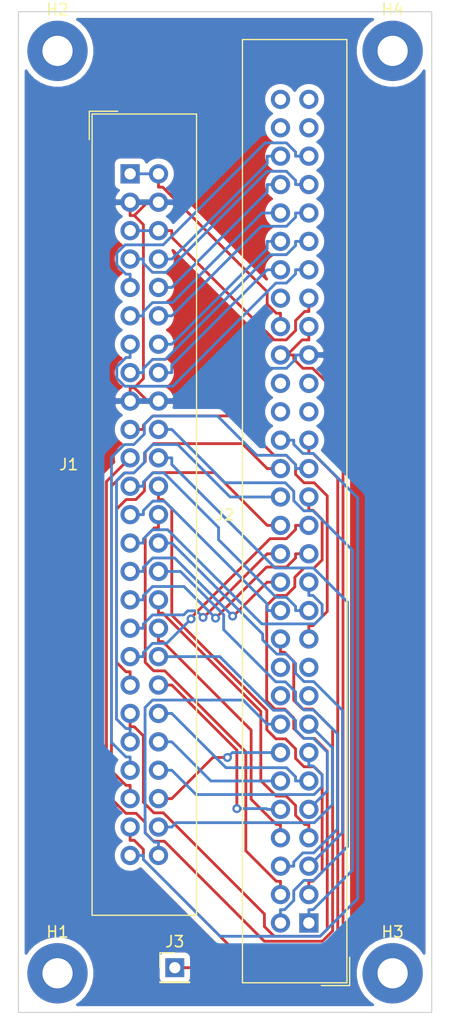
<source format=kicad_pcb>
(kicad_pcb (version 20171130) (host pcbnew "(5.1.5-0-10_14)")

  (general
    (thickness 1.6)
    (drawings 4)
    (tracks 481)
    (zones 0)
    (modules 7)
    (nets 60)
  )

  (page A4)
  (layers
    (0 F.Cu signal)
    (31 B.Cu signal)
    (32 B.Adhes user)
    (33 F.Adhes user)
    (34 B.Paste user)
    (35 F.Paste user)
    (36 B.SilkS user)
    (37 F.SilkS user)
    (38 B.Mask user)
    (39 F.Mask user)
    (40 Dwgs.User user)
    (41 Cmts.User user)
    (42 Eco1.User user)
    (43 Eco2.User user)
    (44 Edge.Cuts user)
    (45 Margin user)
    (46 B.CrtYd user)
    (47 F.CrtYd user)
    (48 B.Fab user)
    (49 F.Fab user)
  )

  (setup
    (last_trace_width 0.25)
    (user_trace_width 0.5)
    (trace_clearance 0.2)
    (zone_clearance 0.508)
    (zone_45_only no)
    (trace_min 0.2)
    (via_size 0.8)
    (via_drill 0.4)
    (via_min_size 0.4)
    (via_min_drill 0.3)
    (uvia_size 0.3)
    (uvia_drill 0.1)
    (uvias_allowed no)
    (uvia_min_size 0.2)
    (uvia_min_drill 0.1)
    (edge_width 0.05)
    (segment_width 0.2)
    (pcb_text_width 0.3)
    (pcb_text_size 1.5 1.5)
    (mod_edge_width 0.12)
    (mod_text_size 1 1)
    (mod_text_width 0.15)
    (pad_size 1.524 1.524)
    (pad_drill 0.762)
    (pad_to_mask_clearance 0.051)
    (solder_mask_min_width 0.25)
    (aux_axis_origin 0 0)
    (visible_elements FFFFFF7F)
    (pcbplotparams
      (layerselection 0x010fc_ffffffff)
      (usegerberextensions false)
      (usegerberattributes false)
      (usegerberadvancedattributes false)
      (creategerberjobfile false)
      (excludeedgelayer true)
      (linewidth 0.100000)
      (plotframeref false)
      (viasonmask false)
      (mode 1)
      (useauxorigin false)
      (hpglpennumber 1)
      (hpglpenspeed 20)
      (hpglpendiameter 15.000000)
      (psnegative false)
      (psa4output false)
      (plotreference true)
      (plotvalue true)
      (plotinvisibletext false)
      (padsonsilk false)
      (subtractmaskfromsilk false)
      (outputformat 1)
      (mirror false)
      (drillshape 1)
      (scaleselection 1)
      (outputdirectory ""))
  )

  (net 0 "")
  (net 1 /Y_R16)
  (net 2 /B_R16)
  (net 3 /Y_R15)
  (net 4 /B_R15)
  (net 5 /Y_R14)
  (net 6 /B_R14)
  (net 7 /Y_R13)
  (net 8 /B_R13)
  (net 9 /Y_R12)
  (net 10 /B_R12)
  (net 11 /Y_R11)
  (net 12 /B_R11)
  (net 13 /Y_R10)
  (net 14 /B_R10)
  (net 15 /Y_R9)
  (net 16 /B_R9)
  (net 17 /Y_R8)
  (net 18 /B_R8)
  (net 19 /Y_R7)
  (net 20 /B_R7)
  (net 21 /Y_R6)
  (net 22 /B_R6)
  (net 23 /Y_R5)
  (net 24 /B_R5)
  (net 25 /Y_R4)
  (net 26 /B_R4)
  (net 27 /Y_R3)
  (net 28 /B_R3)
  (net 29 /Y_R2)
  (net 30 /B_R2)
  (net 31 /Y_R1)
  (net 32 /B_R1)
  (net 33 GND)
  (net 34 /COL_A0)
  (net 35 /COL_A1)
  (net 36 /COL_A2)
  (net 37 /D)
  (net 38 /COL_A3)
  (net 39 /COL_A4)
  (net 40 /E2)
  (net 41 /E3)
  (net 42 /E4)
  (net 43 /E1)
  (net 44 +5V)
  (net 45 /VS)
  (net 46 "Net-(J2-Pad60)")
  (net 47 "Net-(J2-Pad59)")
  (net 48 "Net-(J2-Pad58)")
  (net 49 "Net-(J2-Pad57)")
  (net 50 "Net-(J2-Pad46)")
  (net 51 "Net-(J2-Pad42)")
  (net 52 "Net-(J2-Pad40)")
  (net 53 "Net-(J2-Pad39)")
  (net 54 "Net-(J2-Pad38)")
  (net 55 "Net-(J2-Pad37)")
  (net 56 "Net-(J2-Pad20)")
  (net 57 "Net-(J2-Pad19)")
  (net 58 "Net-(J2-Pad18)")
  (net 59 "Net-(J2-Pad17)")

  (net_class Default "Dies ist die voreingestellte Netzklasse."
    (clearance 0.2)
    (trace_width 0.25)
    (via_dia 0.8)
    (via_drill 0.4)
    (uvia_dia 0.3)
    (uvia_drill 0.1)
    (add_net +5V)
    (add_net /B_R1)
    (add_net /B_R10)
    (add_net /B_R11)
    (add_net /B_R12)
    (add_net /B_R13)
    (add_net /B_R14)
    (add_net /B_R15)
    (add_net /B_R16)
    (add_net /B_R2)
    (add_net /B_R3)
    (add_net /B_R4)
    (add_net /B_R5)
    (add_net /B_R6)
    (add_net /B_R7)
    (add_net /B_R8)
    (add_net /B_R9)
    (add_net /COL_A0)
    (add_net /COL_A1)
    (add_net /COL_A2)
    (add_net /COL_A3)
    (add_net /COL_A4)
    (add_net /D)
    (add_net /E1)
    (add_net /E2)
    (add_net /E3)
    (add_net /E4)
    (add_net /VS)
    (add_net /Y_R1)
    (add_net /Y_R10)
    (add_net /Y_R11)
    (add_net /Y_R12)
    (add_net /Y_R13)
    (add_net /Y_R14)
    (add_net /Y_R15)
    (add_net /Y_R16)
    (add_net /Y_R2)
    (add_net /Y_R3)
    (add_net /Y_R4)
    (add_net /Y_R5)
    (add_net /Y_R6)
    (add_net /Y_R7)
    (add_net /Y_R8)
    (add_net /Y_R9)
    (add_net GND)
    (add_net "Net-(J2-Pad17)")
    (add_net "Net-(J2-Pad18)")
    (add_net "Net-(J2-Pad19)")
    (add_net "Net-(J2-Pad20)")
    (add_net "Net-(J2-Pad37)")
    (add_net "Net-(J2-Pad38)")
    (add_net "Net-(J2-Pad39)")
    (add_net "Net-(J2-Pad40)")
    (add_net "Net-(J2-Pad42)")
    (add_net "Net-(J2-Pad46)")
    (add_net "Net-(J2-Pad57)")
    (add_net "Net-(J2-Pad58)")
    (add_net "Net-(J2-Pad59)")
    (add_net "Net-(J2-Pad60)")
  )

  (net_class POWER ""
    (clearance 0.2)
    (trace_width 0.5)
    (via_dia 0.8)
    (via_drill 0.4)
    (uvia_dia 0.3)
    (uvia_drill 0.1)
  )

  (module Connector_PinHeader_2.54mm:PinHeader_1x01_P2.54mm_Vertical (layer F.Cu) (tedit 59FED5CC) (tstamp 5EBE132B)
    (at 27 98.5)
    (descr "Through hole straight pin header, 1x01, 2.54mm pitch, single row")
    (tags "Through hole pin header THT 1x01 2.54mm single row")
    (path /5EBF791C)
    (fp_text reference J3 (at 0 -2.33) (layer F.SilkS)
      (effects (font (size 1 1) (thickness 0.15)))
    )
    (fp_text value 24V (at 0 2.33) (layer F.Fab)
      (effects (font (size 1 1) (thickness 0.15)))
    )
    (fp_text user %R (at 0 0 90) (layer F.Fab)
      (effects (font (size 1 1) (thickness 0.15)))
    )
    (fp_line (start 1.8 -1.8) (end -1.8 -1.8) (layer F.CrtYd) (width 0.05))
    (fp_line (start 1.8 1.8) (end 1.8 -1.8) (layer F.CrtYd) (width 0.05))
    (fp_line (start -1.8 1.8) (end 1.8 1.8) (layer F.CrtYd) (width 0.05))
    (fp_line (start -1.8 -1.8) (end -1.8 1.8) (layer F.CrtYd) (width 0.05))
    (fp_line (start -1.33 -1.33) (end 0 -1.33) (layer F.SilkS) (width 0.12))
    (fp_line (start -1.33 0) (end -1.33 -1.33) (layer F.SilkS) (width 0.12))
    (fp_line (start -1.33 1.27) (end 1.33 1.27) (layer F.SilkS) (width 0.12))
    (fp_line (start 1.33 1.27) (end 1.33 1.33) (layer F.SilkS) (width 0.12))
    (fp_line (start -1.33 1.27) (end -1.33 1.33) (layer F.SilkS) (width 0.12))
    (fp_line (start -1.33 1.33) (end 1.33 1.33) (layer F.SilkS) (width 0.12))
    (fp_line (start -1.27 -0.635) (end -0.635 -1.27) (layer F.Fab) (width 0.1))
    (fp_line (start -1.27 1.27) (end -1.27 -0.635) (layer F.Fab) (width 0.1))
    (fp_line (start 1.27 1.27) (end -1.27 1.27) (layer F.Fab) (width 0.1))
    (fp_line (start 1.27 -1.27) (end 1.27 1.27) (layer F.Fab) (width 0.1))
    (fp_line (start -0.635 -1.27) (end 1.27 -1.27) (layer F.Fab) (width 0.1))
    (pad 1 thru_hole rect (at 0 0) (size 1.7 1.7) (drill 1) (layers *.Cu *.Mask)
      (net 51 "Net-(J2-Pad42)"))
    (model ${KISYS3DMOD}/Connector_PinHeader_2.54mm.3dshapes/PinHeader_1x01_P2.54mm_Vertical.wrl
      (at (xyz 0 0 0))
      (scale (xyz 1 1 1))
      (rotate (xyz 0 0 0))
    )
  )

  (module Connector_IDC:IDC-Header_2x30_P2.54mm_Vertical (layer F.Cu) (tedit 59DE1351) (tstamp 5EBE23C1)
    (at 39 94.5 180)
    (descr "Through hole straight IDC box header, 2x30, 2.54mm pitch, double rows")
    (tags "Through hole IDC box header THT 2x30 2.54mm double row")
    (path /5EBE9602)
    (fp_text reference J2 (at 7.5 36.5) (layer F.SilkS)
      (effects (font (size 1 1) (thickness 0.15)))
    )
    (fp_text value BROSE (at 1.27 80.264) (layer F.Fab)
      (effects (font (size 1 1) (thickness 0.15)))
    )
    (fp_line (start -3.655 -5.6) (end -1.115 -5.6) (layer F.SilkS) (width 0.12))
    (fp_line (start -3.655 -5.6) (end -3.655 -3.06) (layer F.SilkS) (width 0.12))
    (fp_line (start -3.405 -5.35) (end 5.945 -5.35) (layer F.SilkS) (width 0.12))
    (fp_line (start -3.405 79.01) (end -3.405 -5.35) (layer F.SilkS) (width 0.12))
    (fp_line (start 5.945 79.01) (end -3.405 79.01) (layer F.SilkS) (width 0.12))
    (fp_line (start 5.945 -5.35) (end 5.945 79.01) (layer F.SilkS) (width 0.12))
    (fp_line (start -3.41 -5.35) (end 5.95 -5.35) (layer F.CrtYd) (width 0.05))
    (fp_line (start -3.41 79.01) (end -3.41 -5.35) (layer F.CrtYd) (width 0.05))
    (fp_line (start 5.95 79.01) (end -3.41 79.01) (layer F.CrtYd) (width 0.05))
    (fp_line (start 5.95 -5.35) (end 5.95 79.01) (layer F.CrtYd) (width 0.05))
    (fp_line (start -3.155 78.76) (end -2.605 78.2) (layer F.Fab) (width 0.1))
    (fp_line (start -3.155 -5.1) (end -2.605 -4.56) (layer F.Fab) (width 0.1))
    (fp_line (start 5.695 78.76) (end 5.145 78.2) (layer F.Fab) (width 0.1))
    (fp_line (start 5.695 -5.1) (end 5.145 -4.56) (layer F.Fab) (width 0.1))
    (fp_line (start 5.145 78.2) (end -2.605 78.2) (layer F.Fab) (width 0.1))
    (fp_line (start 5.695 78.76) (end -3.155 78.76) (layer F.Fab) (width 0.1))
    (fp_line (start 5.145 -4.56) (end -2.605 -4.56) (layer F.Fab) (width 0.1))
    (fp_line (start 5.695 -5.1) (end -3.155 -5.1) (layer F.Fab) (width 0.1))
    (fp_line (start -2.605 39.08) (end -3.155 39.08) (layer F.Fab) (width 0.1))
    (fp_line (start -2.605 34.58) (end -3.155 34.58) (layer F.Fab) (width 0.1))
    (fp_line (start -2.605 39.08) (end -2.605 78.2) (layer F.Fab) (width 0.1))
    (fp_line (start -2.605 -4.56) (end -2.605 34.58) (layer F.Fab) (width 0.1))
    (fp_line (start -3.155 -5.1) (end -3.155 78.76) (layer F.Fab) (width 0.1))
    (fp_line (start 5.145 -4.56) (end 5.145 78.2) (layer F.Fab) (width 0.1))
    (fp_line (start 5.695 -5.1) (end 5.695 78.76) (layer F.Fab) (width 0.1))
    (fp_text user %R (at 1.27 36.83) (layer F.Fab)
      (effects (font (size 1 1) (thickness 0.15)))
    )
    (pad 60 thru_hole oval (at 2.54 73.66 180) (size 1.7272 1.7272) (drill 1.016) (layers *.Cu *.Mask)
      (net 46 "Net-(J2-Pad60)"))
    (pad 59 thru_hole oval (at 0 73.66 180) (size 1.7272 1.7272) (drill 1.016) (layers *.Cu *.Mask)
      (net 47 "Net-(J2-Pad59)"))
    (pad 58 thru_hole oval (at 2.54 71.12 180) (size 1.7272 1.7272) (drill 1.016) (layers *.Cu *.Mask)
      (net 48 "Net-(J2-Pad58)"))
    (pad 57 thru_hole oval (at 0 71.12 180) (size 1.7272 1.7272) (drill 1.016) (layers *.Cu *.Mask)
      (net 49 "Net-(J2-Pad57)"))
    (pad 56 thru_hole oval (at 2.54 68.58 180) (size 1.7272 1.7272) (drill 1.016) (layers *.Cu *.Mask)
      (net 42 /E4))
    (pad 55 thru_hole oval (at 0 68.58 180) (size 1.7272 1.7272) (drill 1.016) (layers *.Cu *.Mask)
      (net 41 /E3))
    (pad 54 thru_hole oval (at 2.54 66.04 180) (size 1.7272 1.7272) (drill 1.016) (layers *.Cu *.Mask)
      (net 40 /E2))
    (pad 53 thru_hole oval (at 0 66.04 180) (size 1.7272 1.7272) (drill 1.016) (layers *.Cu *.Mask)
      (net 43 /E1))
    (pad 52 thru_hole oval (at 2.54 63.5 180) (size 1.7272 1.7272) (drill 1.016) (layers *.Cu *.Mask)
      (net 39 /COL_A4))
    (pad 51 thru_hole oval (at 0 63.5 180) (size 1.7272 1.7272) (drill 1.016) (layers *.Cu *.Mask)
      (net 38 /COL_A3))
    (pad 50 thru_hole oval (at 2.54 60.96 180) (size 1.7272 1.7272) (drill 1.016) (layers *.Cu *.Mask)
      (net 36 /COL_A2))
    (pad 49 thru_hole oval (at 0 60.96 180) (size 1.7272 1.7272) (drill 1.016) (layers *.Cu *.Mask)
      (net 35 /COL_A1))
    (pad 48 thru_hole oval (at 2.54 58.42 180) (size 1.7272 1.7272) (drill 1.016) (layers *.Cu *.Mask)
      (net 34 /COL_A0))
    (pad 47 thru_hole oval (at 0 58.42 180) (size 1.7272 1.7272) (drill 1.016) (layers *.Cu *.Mask)
      (net 37 /D))
    (pad 46 thru_hole oval (at 2.54 55.88 180) (size 1.7272 1.7272) (drill 1.016) (layers *.Cu *.Mask)
      (net 50 "Net-(J2-Pad46)"))
    (pad 45 thru_hole oval (at 0 55.88 180) (size 1.7272 1.7272) (drill 1.016) (layers *.Cu *.Mask)
      (net 44 +5V))
    (pad 44 thru_hole oval (at 2.54 53.34 180) (size 1.7272 1.7272) (drill 1.016) (layers *.Cu *.Mask)
      (net 45 /VS))
    (pad 43 thru_hole oval (at 0 53.34 180) (size 1.7272 1.7272) (drill 1.016) (layers *.Cu *.Mask)
      (net 51 "Net-(J2-Pad42)"))
    (pad 42 thru_hole oval (at 2.54 50.8 180) (size 1.7272 1.7272) (drill 1.016) (layers *.Cu *.Mask)
      (net 51 "Net-(J2-Pad42)"))
    (pad 41 thru_hole oval (at 0 50.8 180) (size 1.7272 1.7272) (drill 1.016) (layers *.Cu *.Mask)
      (net 33 GND))
    (pad 40 thru_hole oval (at 2.54 48.26 180) (size 1.7272 1.7272) (drill 1.016) (layers *.Cu *.Mask)
      (net 52 "Net-(J2-Pad40)"))
    (pad 39 thru_hole oval (at 0 48.26 180) (size 1.7272 1.7272) (drill 1.016) (layers *.Cu *.Mask)
      (net 53 "Net-(J2-Pad39)"))
    (pad 38 thru_hole oval (at 2.54 45.72 180) (size 1.7272 1.7272) (drill 1.016) (layers *.Cu *.Mask)
      (net 54 "Net-(J2-Pad38)"))
    (pad 37 thru_hole oval (at 0 45.72 180) (size 1.7272 1.7272) (drill 1.016) (layers *.Cu *.Mask)
      (net 55 "Net-(J2-Pad37)"))
    (pad 36 thru_hole oval (at 2.54 43.18 180) (size 1.7272 1.7272) (drill 1.016) (layers *.Cu *.Mask)
      (net 2 /B_R16))
    (pad 35 thru_hole oval (at 0 43.18 180) (size 1.7272 1.7272) (drill 1.016) (layers *.Cu *.Mask)
      (net 4 /B_R15))
    (pad 34 thru_hole oval (at 2.54 40.64 180) (size 1.7272 1.7272) (drill 1.016) (layers *.Cu *.Mask)
      (net 6 /B_R14))
    (pad 33 thru_hole oval (at 0 40.64 180) (size 1.7272 1.7272) (drill 1.016) (layers *.Cu *.Mask)
      (net 8 /B_R13))
    (pad 32 thru_hole oval (at 2.54 38.1 180) (size 1.7272 1.7272) (drill 1.016) (layers *.Cu *.Mask)
      (net 10 /B_R12))
    (pad 31 thru_hole oval (at 0 38.1 180) (size 1.7272 1.7272) (drill 1.016) (layers *.Cu *.Mask)
      (net 12 /B_R11))
    (pad 30 thru_hole oval (at 2.54 35.56 180) (size 1.7272 1.7272) (drill 1.016) (layers *.Cu *.Mask)
      (net 14 /B_R10))
    (pad 29 thru_hole oval (at 0 35.56 180) (size 1.7272 1.7272) (drill 1.016) (layers *.Cu *.Mask)
      (net 16 /B_R9))
    (pad 28 thru_hole oval (at 2.54 33.02 180) (size 1.7272 1.7272) (drill 1.016) (layers *.Cu *.Mask)
      (net 18 /B_R8))
    (pad 27 thru_hole oval (at 0 33.02 180) (size 1.7272 1.7272) (drill 1.016) (layers *.Cu *.Mask)
      (net 20 /B_R7))
    (pad 26 thru_hole oval (at 2.54 30.48 180) (size 1.7272 1.7272) (drill 1.016) (layers *.Cu *.Mask)
      (net 22 /B_R6))
    (pad 25 thru_hole oval (at 0 30.48 180) (size 1.7272 1.7272) (drill 1.016) (layers *.Cu *.Mask)
      (net 24 /B_R5))
    (pad 24 thru_hole oval (at 2.54 27.94 180) (size 1.7272 1.7272) (drill 1.016) (layers *.Cu *.Mask)
      (net 26 /B_R4))
    (pad 23 thru_hole oval (at 0 27.94 180) (size 1.7272 1.7272) (drill 1.016) (layers *.Cu *.Mask)
      (net 28 /B_R3))
    (pad 22 thru_hole oval (at 2.54 25.4 180) (size 1.7272 1.7272) (drill 1.016) (layers *.Cu *.Mask)
      (net 30 /B_R2))
    (pad 21 thru_hole oval (at 0 25.4 180) (size 1.7272 1.7272) (drill 1.016) (layers *.Cu *.Mask)
      (net 32 /B_R1))
    (pad 20 thru_hole oval (at 2.54 22.86 180) (size 1.7272 1.7272) (drill 1.016) (layers *.Cu *.Mask)
      (net 56 "Net-(J2-Pad20)"))
    (pad 19 thru_hole oval (at 0 22.86 180) (size 1.7272 1.7272) (drill 1.016) (layers *.Cu *.Mask)
      (net 57 "Net-(J2-Pad19)"))
    (pad 18 thru_hole oval (at 2.54 20.32 180) (size 1.7272 1.7272) (drill 1.016) (layers *.Cu *.Mask)
      (net 58 "Net-(J2-Pad18)"))
    (pad 17 thru_hole oval (at 0 20.32 180) (size 1.7272 1.7272) (drill 1.016) (layers *.Cu *.Mask)
      (net 59 "Net-(J2-Pad17)"))
    (pad 16 thru_hole oval (at 2.54 17.78 180) (size 1.7272 1.7272) (drill 1.016) (layers *.Cu *.Mask)
      (net 1 /Y_R16))
    (pad 15 thru_hole oval (at 0 17.78 180) (size 1.7272 1.7272) (drill 1.016) (layers *.Cu *.Mask)
      (net 3 /Y_R15))
    (pad 14 thru_hole oval (at 2.54 15.24 180) (size 1.7272 1.7272) (drill 1.016) (layers *.Cu *.Mask)
      (net 5 /Y_R14))
    (pad 13 thru_hole oval (at 0 15.24 180) (size 1.7272 1.7272) (drill 1.016) (layers *.Cu *.Mask)
      (net 7 /Y_R13))
    (pad 12 thru_hole oval (at 2.54 12.7 180) (size 1.7272 1.7272) (drill 1.016) (layers *.Cu *.Mask)
      (net 9 /Y_R12))
    (pad 11 thru_hole oval (at 0 12.7 180) (size 1.7272 1.7272) (drill 1.016) (layers *.Cu *.Mask)
      (net 11 /Y_R11))
    (pad 10 thru_hole oval (at 2.54 10.16 180) (size 1.7272 1.7272) (drill 1.016) (layers *.Cu *.Mask)
      (net 13 /Y_R10))
    (pad 9 thru_hole oval (at 0 10.16 180) (size 1.7272 1.7272) (drill 1.016) (layers *.Cu *.Mask)
      (net 15 /Y_R9))
    (pad 8 thru_hole oval (at 2.54 7.62 180) (size 1.7272 1.7272) (drill 1.016) (layers *.Cu *.Mask)
      (net 17 /Y_R8))
    (pad 7 thru_hole oval (at 0 7.62 180) (size 1.7272 1.7272) (drill 1.016) (layers *.Cu *.Mask)
      (net 19 /Y_R7))
    (pad 6 thru_hole oval (at 2.54 5.08 180) (size 1.7272 1.7272) (drill 1.016) (layers *.Cu *.Mask)
      (net 21 /Y_R6))
    (pad 5 thru_hole oval (at 0 5.08 180) (size 1.7272 1.7272) (drill 1.016) (layers *.Cu *.Mask)
      (net 23 /Y_R5))
    (pad 4 thru_hole oval (at 2.54 2.54 180) (size 1.7272 1.7272) (drill 1.016) (layers *.Cu *.Mask)
      (net 25 /Y_R4))
    (pad 3 thru_hole oval (at 0 2.54 180) (size 1.7272 1.7272) (drill 1.016) (layers *.Cu *.Mask)
      (net 27 /Y_R3))
    (pad 2 thru_hole oval (at 2.54 0 180) (size 1.7272 1.7272) (drill 1.016) (layers *.Cu *.Mask)
      (net 29 /Y_R2))
    (pad 1 thru_hole rect (at 0 0 180) (size 1.7272 1.7272) (drill 1.016) (layers *.Cu *.Mask)
      (net 31 /Y_R1))
    (model ${KISYS3DMOD}/Connector_IDC.3dshapes/IDC-Header_2x30_P2.54mm_Vertical.wrl
      (at (xyz 0 0 0))
      (scale (xyz 1 1 1))
      (rotate (xyz 0 0 0))
    )
  )

  (module Connector_IDC:IDC-Header_2x25_P2.54mm_Vertical (layer F.Cu) (tedit 59DE12FA) (tstamp 5EBE0C63)
    (at 23 27.5)
    (descr "Through hole straight IDC box header, 2x25, 2.54mm pitch, double rows")
    (tags "Through hole IDC box header THT 2x25 2.54mm double row")
    (path /5EABA565)
    (fp_text reference J1 (at -5.5 26) (layer F.SilkS)
      (effects (font (size 1 1) (thickness 0.15)))
    )
    (fp_text value "LAWO Controller" (at 1.27 67.564) (layer F.Fab)
      (effects (font (size 1 1) (thickness 0.15)))
    )
    (fp_line (start -3.655 -5.6) (end -1.115 -5.6) (layer F.SilkS) (width 0.12))
    (fp_line (start -3.655 -5.6) (end -3.655 -3.06) (layer F.SilkS) (width 0.12))
    (fp_line (start -3.405 -5.35) (end 5.945 -5.35) (layer F.SilkS) (width 0.12))
    (fp_line (start -3.405 66.31) (end -3.405 -5.35) (layer F.SilkS) (width 0.12))
    (fp_line (start 5.945 66.31) (end -3.405 66.31) (layer F.SilkS) (width 0.12))
    (fp_line (start 5.945 -5.35) (end 5.945 66.31) (layer F.SilkS) (width 0.12))
    (fp_line (start -3.41 -5.35) (end 5.95 -5.35) (layer F.CrtYd) (width 0.05))
    (fp_line (start -3.41 66.31) (end -3.41 -5.35) (layer F.CrtYd) (width 0.05))
    (fp_line (start 5.95 66.31) (end -3.41 66.31) (layer F.CrtYd) (width 0.05))
    (fp_line (start 5.95 -5.35) (end 5.95 66.31) (layer F.CrtYd) (width 0.05))
    (fp_line (start -3.155 66.06) (end -2.605 65.5) (layer F.Fab) (width 0.1))
    (fp_line (start -3.155 -5.1) (end -2.605 -4.56) (layer F.Fab) (width 0.1))
    (fp_line (start 5.695 66.06) (end 5.145 65.5) (layer F.Fab) (width 0.1))
    (fp_line (start 5.695 -5.1) (end 5.145 -4.56) (layer F.Fab) (width 0.1))
    (fp_line (start 5.145 65.5) (end -2.605 65.5) (layer F.Fab) (width 0.1))
    (fp_line (start 5.695 66.06) (end -3.155 66.06) (layer F.Fab) (width 0.1))
    (fp_line (start 5.145 -4.56) (end -2.605 -4.56) (layer F.Fab) (width 0.1))
    (fp_line (start 5.695 -5.1) (end -3.155 -5.1) (layer F.Fab) (width 0.1))
    (fp_line (start -2.605 32.73) (end -3.155 32.73) (layer F.Fab) (width 0.1))
    (fp_line (start -2.605 28.23) (end -3.155 28.23) (layer F.Fab) (width 0.1))
    (fp_line (start -2.605 32.73) (end -2.605 65.5) (layer F.Fab) (width 0.1))
    (fp_line (start -2.605 -4.56) (end -2.605 28.23) (layer F.Fab) (width 0.1))
    (fp_line (start -3.155 -5.1) (end -3.155 66.06) (layer F.Fab) (width 0.1))
    (fp_line (start 5.145 -4.56) (end 5.145 65.5) (layer F.Fab) (width 0.1))
    (fp_line (start 5.695 -5.1) (end 5.695 66.06) (layer F.Fab) (width 0.1))
    (fp_text user %R (at 1.27 30.48) (layer F.Fab)
      (effects (font (size 1 1) (thickness 0.15)))
    )
    (pad 50 thru_hole oval (at 2.54 60.96) (size 1.7272 1.7272) (drill 1.016) (layers *.Cu *.Mask)
      (net 1 /Y_R16))
    (pad 49 thru_hole oval (at 0 60.96) (size 1.7272 1.7272) (drill 1.016) (layers *.Cu *.Mask)
      (net 2 /B_R16))
    (pad 48 thru_hole oval (at 2.54 58.42) (size 1.7272 1.7272) (drill 1.016) (layers *.Cu *.Mask)
      (net 3 /Y_R15))
    (pad 47 thru_hole oval (at 0 58.42) (size 1.7272 1.7272) (drill 1.016) (layers *.Cu *.Mask)
      (net 4 /B_R15))
    (pad 46 thru_hole oval (at 2.54 55.88) (size 1.7272 1.7272) (drill 1.016) (layers *.Cu *.Mask)
      (net 5 /Y_R14))
    (pad 45 thru_hole oval (at 0 55.88) (size 1.7272 1.7272) (drill 1.016) (layers *.Cu *.Mask)
      (net 6 /B_R14))
    (pad 44 thru_hole oval (at 2.54 53.34) (size 1.7272 1.7272) (drill 1.016) (layers *.Cu *.Mask)
      (net 7 /Y_R13))
    (pad 43 thru_hole oval (at 0 53.34) (size 1.7272 1.7272) (drill 1.016) (layers *.Cu *.Mask)
      (net 8 /B_R13))
    (pad 42 thru_hole oval (at 2.54 50.8) (size 1.7272 1.7272) (drill 1.016) (layers *.Cu *.Mask)
      (net 9 /Y_R12))
    (pad 41 thru_hole oval (at 0 50.8) (size 1.7272 1.7272) (drill 1.016) (layers *.Cu *.Mask)
      (net 10 /B_R12))
    (pad 40 thru_hole oval (at 2.54 48.26) (size 1.7272 1.7272) (drill 1.016) (layers *.Cu *.Mask)
      (net 11 /Y_R11))
    (pad 39 thru_hole oval (at 0 48.26) (size 1.7272 1.7272) (drill 1.016) (layers *.Cu *.Mask)
      (net 12 /B_R11))
    (pad 38 thru_hole oval (at 2.54 45.72) (size 1.7272 1.7272) (drill 1.016) (layers *.Cu *.Mask)
      (net 13 /Y_R10))
    (pad 37 thru_hole oval (at 0 45.72) (size 1.7272 1.7272) (drill 1.016) (layers *.Cu *.Mask)
      (net 14 /B_R10))
    (pad 36 thru_hole oval (at 2.54 43.18) (size 1.7272 1.7272) (drill 1.016) (layers *.Cu *.Mask)
      (net 15 /Y_R9))
    (pad 35 thru_hole oval (at 0 43.18) (size 1.7272 1.7272) (drill 1.016) (layers *.Cu *.Mask)
      (net 16 /B_R9))
    (pad 34 thru_hole oval (at 2.54 40.64) (size 1.7272 1.7272) (drill 1.016) (layers *.Cu *.Mask)
      (net 17 /Y_R8))
    (pad 33 thru_hole oval (at 0 40.64) (size 1.7272 1.7272) (drill 1.016) (layers *.Cu *.Mask)
      (net 18 /B_R8))
    (pad 32 thru_hole oval (at 2.54 38.1) (size 1.7272 1.7272) (drill 1.016) (layers *.Cu *.Mask)
      (net 19 /Y_R7))
    (pad 31 thru_hole oval (at 0 38.1) (size 1.7272 1.7272) (drill 1.016) (layers *.Cu *.Mask)
      (net 20 /B_R7))
    (pad 30 thru_hole oval (at 2.54 35.56) (size 1.7272 1.7272) (drill 1.016) (layers *.Cu *.Mask)
      (net 21 /Y_R6))
    (pad 29 thru_hole oval (at 0 35.56) (size 1.7272 1.7272) (drill 1.016) (layers *.Cu *.Mask)
      (net 22 /B_R6))
    (pad 28 thru_hole oval (at 2.54 33.02) (size 1.7272 1.7272) (drill 1.016) (layers *.Cu *.Mask)
      (net 23 /Y_R5))
    (pad 27 thru_hole oval (at 0 33.02) (size 1.7272 1.7272) (drill 1.016) (layers *.Cu *.Mask)
      (net 24 /B_R5))
    (pad 26 thru_hole oval (at 2.54 30.48) (size 1.7272 1.7272) (drill 1.016) (layers *.Cu *.Mask)
      (net 25 /Y_R4))
    (pad 25 thru_hole oval (at 0 30.48) (size 1.7272 1.7272) (drill 1.016) (layers *.Cu *.Mask)
      (net 26 /B_R4))
    (pad 24 thru_hole oval (at 2.54 27.94) (size 1.7272 1.7272) (drill 1.016) (layers *.Cu *.Mask)
      (net 27 /Y_R3))
    (pad 23 thru_hole oval (at 0 27.94) (size 1.7272 1.7272) (drill 1.016) (layers *.Cu *.Mask)
      (net 28 /B_R3))
    (pad 22 thru_hole oval (at 2.54 25.4) (size 1.7272 1.7272) (drill 1.016) (layers *.Cu *.Mask)
      (net 29 /Y_R2))
    (pad 21 thru_hole oval (at 0 25.4) (size 1.7272 1.7272) (drill 1.016) (layers *.Cu *.Mask)
      (net 30 /B_R2))
    (pad 20 thru_hole oval (at 2.54 22.86) (size 1.7272 1.7272) (drill 1.016) (layers *.Cu *.Mask)
      (net 31 /Y_R1))
    (pad 19 thru_hole oval (at 0 22.86) (size 1.7272 1.7272) (drill 1.016) (layers *.Cu *.Mask)
      (net 32 /B_R1))
    (pad 18 thru_hole oval (at 2.54 20.32) (size 1.7272 1.7272) (drill 1.016) (layers *.Cu *.Mask)
      (net 33 GND))
    (pad 17 thru_hole oval (at 0 20.32) (size 1.7272 1.7272) (drill 1.016) (layers *.Cu *.Mask)
      (net 33 GND))
    (pad 16 thru_hole oval (at 2.54 17.78) (size 1.7272 1.7272) (drill 1.016) (layers *.Cu *.Mask)
      (net 34 /COL_A0))
    (pad 15 thru_hole oval (at 0 17.78) (size 1.7272 1.7272) (drill 1.016) (layers *.Cu *.Mask)
      (net 35 /COL_A1))
    (pad 14 thru_hole oval (at 2.54 15.24) (size 1.7272 1.7272) (drill 1.016) (layers *.Cu *.Mask)
      (net 36 /COL_A2))
    (pad 13 thru_hole oval (at 0 15.24) (size 1.7272 1.7272) (drill 1.016) (layers *.Cu *.Mask)
      (net 37 /D))
    (pad 12 thru_hole oval (at 2.54 12.7) (size 1.7272 1.7272) (drill 1.016) (layers *.Cu *.Mask)
      (net 38 /COL_A3))
    (pad 11 thru_hole oval (at 0 12.7) (size 1.7272 1.7272) (drill 1.016) (layers *.Cu *.Mask)
      (net 39 /COL_A4))
    (pad 10 thru_hole oval (at 2.54 10.16) (size 1.7272 1.7272) (drill 1.016) (layers *.Cu *.Mask)
      (net 40 /E2))
    (pad 9 thru_hole oval (at 0 10.16) (size 1.7272 1.7272) (drill 1.016) (layers *.Cu *.Mask)
      (net 41 /E3))
    (pad 8 thru_hole oval (at 2.54 7.62) (size 1.7272 1.7272) (drill 1.016) (layers *.Cu *.Mask)
      (net 42 /E4))
    (pad 7 thru_hole oval (at 0 7.62) (size 1.7272 1.7272) (drill 1.016) (layers *.Cu *.Mask)
      (net 43 /E1))
    (pad 6 thru_hole oval (at 2.54 5.08) (size 1.7272 1.7272) (drill 1.016) (layers *.Cu *.Mask)
      (net 44 +5V))
    (pad 5 thru_hole oval (at 0 5.08) (size 1.7272 1.7272) (drill 1.016) (layers *.Cu *.Mask)
      (net 44 +5V))
    (pad 4 thru_hole oval (at 2.54 2.54) (size 1.7272 1.7272) (drill 1.016) (layers *.Cu *.Mask)
      (net 33 GND))
    (pad 3 thru_hole oval (at 0 2.54) (size 1.7272 1.7272) (drill 1.016) (layers *.Cu *.Mask)
      (net 33 GND))
    (pad 2 thru_hole oval (at 2.54 0) (size 1.7272 1.7272) (drill 1.016) (layers *.Cu *.Mask)
      (net 45 /VS))
    (pad 1 thru_hole rect (at 0 0) (size 1.7272 1.7272) (drill 1.016) (layers *.Cu *.Mask)
      (net 45 /VS))
    (model ${KISYS3DMOD}/Connector_IDC.3dshapes/IDC-Header_2x25_P2.54mm_Vertical.wrl
      (at (xyz 0 0 0))
      (scale (xyz 1 1 1))
      (rotate (xyz 0 0 0))
    )
  )

  (module MountingHole:MountingHole_2.7mm_Pad (layer F.Cu) (tedit 56D1B4CB) (tstamp 5EBE0C13)
    (at 46.5 16.5)
    (descr "Mounting Hole 2.7mm")
    (tags "mounting hole 2.7mm")
    (path /5EB4FE35)
    (attr virtual)
    (fp_text reference H4 (at 0 -3.7) (layer F.SilkS)
      (effects (font (size 1 1) (thickness 0.15)))
    )
    (fp_text value MountingHole (at 0 3.7) (layer F.Fab)
      (effects (font (size 1 1) (thickness 0.15)))
    )
    (fp_circle (center 0 0) (end 2.95 0) (layer F.CrtYd) (width 0.05))
    (fp_circle (center 0 0) (end 2.7 0) (layer Cmts.User) (width 0.15))
    (fp_text user %R (at 0.3 0) (layer F.Fab)
      (effects (font (size 1 1) (thickness 0.15)))
    )
    (pad 1 thru_hole circle (at 0 0) (size 5.4 5.4) (drill 2.7) (layers *.Cu *.Mask))
  )

  (module MountingHole:MountingHole_2.7mm_Pad (layer F.Cu) (tedit 56D1B4CB) (tstamp 5EBE0C0B)
    (at 46.5 99)
    (descr "Mounting Hole 2.7mm")
    (tags "mounting hole 2.7mm")
    (path /5EB5038B)
    (attr virtual)
    (fp_text reference H3 (at 0 -3.7) (layer F.SilkS)
      (effects (font (size 1 1) (thickness 0.15)))
    )
    (fp_text value MountingHole (at 0 3.7) (layer F.Fab)
      (effects (font (size 1 1) (thickness 0.15)))
    )
    (fp_circle (center 0 0) (end 2.95 0) (layer F.CrtYd) (width 0.05))
    (fp_circle (center 0 0) (end 2.7 0) (layer Cmts.User) (width 0.15))
    (fp_text user %R (at 0.3 0) (layer F.Fab)
      (effects (font (size 1 1) (thickness 0.15)))
    )
    (pad 1 thru_hole circle (at 0 0) (size 5.4 5.4) (drill 2.7) (layers *.Cu *.Mask))
  )

  (module MountingHole:MountingHole_2.7mm_Pad (layer F.Cu) (tedit 56D1B4CB) (tstamp 5EBE0C03)
    (at 16.5 16.5)
    (descr "Mounting Hole 2.7mm")
    (tags "mounting hole 2.7mm")
    (path /5EB50E59)
    (attr virtual)
    (fp_text reference H2 (at 0 -3.7) (layer F.SilkS)
      (effects (font (size 1 1) (thickness 0.15)))
    )
    (fp_text value MountingHole (at 0 3.7) (layer F.Fab)
      (effects (font (size 1 1) (thickness 0.15)))
    )
    (fp_circle (center 0 0) (end 2.95 0) (layer F.CrtYd) (width 0.05))
    (fp_circle (center 0 0) (end 2.7 0) (layer Cmts.User) (width 0.15))
    (fp_text user %R (at 0.3 0) (layer F.Fab)
      (effects (font (size 1 1) (thickness 0.15)))
    )
    (pad 1 thru_hole circle (at 0 0) (size 5.4 5.4) (drill 2.7) (layers *.Cu *.Mask))
  )

  (module MountingHole:MountingHole_2.7mm_Pad (layer F.Cu) (tedit 56D1B4CB) (tstamp 5EBE0BFB)
    (at 16.5 99)
    (descr "Mounting Hole 2.7mm")
    (tags "mounting hole 2.7mm")
    (path /5EB50BEF)
    (attr virtual)
    (fp_text reference H1 (at 0 -3.7) (layer F.SilkS)
      (effects (font (size 1 1) (thickness 0.15)))
    )
    (fp_text value MountingHole (at 0 3.7) (layer F.Fab)
      (effects (font (size 1 1) (thickness 0.15)))
    )
    (fp_circle (center 0 0) (end 2.95 0) (layer F.CrtYd) (width 0.05))
    (fp_circle (center 0 0) (end 2.7 0) (layer Cmts.User) (width 0.15))
    (fp_text user %R (at 0.3 0) (layer F.Fab)
      (effects (font (size 1 1) (thickness 0.15)))
    )
    (pad 1 thru_hole circle (at 0 0) (size 5.4 5.4) (drill 2.7) (layers *.Cu *.Mask))
  )

  (gr_line (start 50 13) (end 50 102.5) (layer Edge.Cuts) (width 0.1))
  (gr_line (start 13 13) (end 50 13) (layer Edge.Cuts) (width 0.1))
  (gr_line (start 13 102.5) (end 13 13) (layer Edge.Cuts) (width 0.1))
  (gr_line (start 50 102.5) (end 13 102.5) (layer Edge.Cuts) (width 0.1))

  (segment (start 25.54 87.2711) (end 25.1685 87.2711) (width 0.25) (layer B.Cu) (net 1))
  (segment (start 25.1685 87.2711) (end 24.3368 86.4394) (width 0.25) (layer B.Cu) (net 1))
  (segment (start 24.3368 86.4394) (end 24.3368 75.2307) (width 0.25) (layer B.Cu) (net 1))
  (segment (start 24.3368 75.2307) (end 25.0044 74.5631) (width 0.25) (layer B.Cu) (net 1))
  (segment (start 25.0044 74.5631) (end 33.1142 74.5631) (width 0.25) (layer B.Cu) (net 1))
  (segment (start 33.1142 74.5631) (end 35.2711 76.72) (width 0.25) (layer B.Cu) (net 1))
  (segment (start 36.46 76.72) (end 35.2711 76.72) (width 0.25) (layer B.Cu) (net 1))
  (segment (start 25.54 88.46) (end 25.54 87.2711) (width 0.25) (layer B.Cu) (net 1))
  (segment (start 36.46 51.32) (end 37.6489 51.32) (width 0.25) (layer B.Cu) (net 2))
  (segment (start 23 88.46) (end 24.1889 88.46) (width 0.25) (layer B.Cu) (net 2))
  (segment (start 24.1889 88.46) (end 24.1889 88.8315) (width 0.25) (layer B.Cu) (net 2))
  (segment (start 24.1889 88.8315) (end 31.0464 95.689) (width 0.25) (layer B.Cu) (net 2))
  (segment (start 31.0464 95.689) (end 40.0031 95.689) (width 0.25) (layer B.Cu) (net 2))
  (segment (start 40.0031 95.689) (end 43.371 92.3211) (width 0.25) (layer B.Cu) (net 2))
  (segment (start 43.371 92.3211) (end 43.371 56.4753) (width 0.25) (layer B.Cu) (net 2))
  (segment (start 43.371 56.4753) (end 39.4046 52.5089) (width 0.25) (layer B.Cu) (net 2))
  (segment (start 39.4046 52.5089) (end 38.4662 52.5089) (width 0.25) (layer B.Cu) (net 2))
  (segment (start 38.4662 52.5089) (end 37.6489 51.6916) (width 0.25) (layer B.Cu) (net 2))
  (segment (start 37.6489 51.6916) (end 37.6489 51.32) (width 0.25) (layer B.Cu) (net 2))
  (segment (start 25.54 85.92) (end 26.7289 85.92) (width 0.25) (layer B.Cu) (net 3))
  (segment (start 26.7289 85.92) (end 27.1198 85.5291) (width 0.25) (layer B.Cu) (net 3))
  (segment (start 27.1198 85.5291) (end 39.4953 85.5291) (width 0.25) (layer B.Cu) (net 3))
  (segment (start 39.4953 85.5291) (end 41.1071 83.9173) (width 0.25) (layer B.Cu) (net 3))
  (segment (start 41.1071 83.9173) (end 41.1071 78.8271) (width 0.25) (layer B.Cu) (net 3))
  (segment (start 41.1071 78.8271) (end 39 76.72) (width 0.25) (layer B.Cu) (net 3))
  (segment (start 23 87.1089) (end 23.3716 87.1089) (width 0.25) (layer F.Cu) (net 4))
  (segment (start 23.3716 87.1089) (end 24.1889 87.9262) (width 0.25) (layer F.Cu) (net 4))
  (segment (start 24.1889 87.9262) (end 24.1889 88.8259) (width 0.25) (layer F.Cu) (net 4))
  (segment (start 24.1889 88.8259) (end 31.9865 96.6235) (width 0.25) (layer F.Cu) (net 4))
  (segment (start 31.9865 96.6235) (end 40.357 96.6235) (width 0.25) (layer F.Cu) (net 4))
  (segment (start 40.357 96.6235) (end 41.587 95.3935) (width 0.25) (layer F.Cu) (net 4))
  (segment (start 41.587 95.3935) (end 41.587 54.7244) (width 0.25) (layer F.Cu) (net 4))
  (segment (start 41.587 54.7244) (end 39.3715 52.5089) (width 0.25) (layer F.Cu) (net 4))
  (segment (start 39.3715 52.5089) (end 39 52.5089) (width 0.25) (layer F.Cu) (net 4))
  (segment (start 39 51.32) (end 39 52.5089) (width 0.25) (layer F.Cu) (net 4))
  (segment (start 23 85.92) (end 23 87.1089) (width 0.25) (layer F.Cu) (net 4))
  (segment (start 26.7289 83.38) (end 30.4099 79.699) (width 0.25) (layer F.Cu) (net 5))
  (segment (start 30.4099 79.699) (end 31.71 79.699) (width 0.25) (layer F.Cu) (net 5))
  (segment (start 35.2711 79.26) (end 32.149 79.26) (width 0.25) (layer B.Cu) (net 5))
  (segment (start 32.149 79.26) (end 31.71 79.699) (width 0.25) (layer B.Cu) (net 5))
  (segment (start 36.46 79.26) (end 35.2711 79.26) (width 0.25) (layer B.Cu) (net 5))
  (segment (start 25.54 83.38) (end 26.7289 83.38) (width 0.25) (layer F.Cu) (net 5))
  (via (at 31.71 79.699) (size 0.8) (layers F.Cu B.Cu) (net 5))
  (segment (start 35.2711 53.86) (end 33.0411 51.63) (width 0.25) (layer F.Cu) (net 6))
  (segment (start 33.0411 51.63) (end 25.1067 51.63) (width 0.25) (layer F.Cu) (net 6))
  (segment (start 25.1067 51.63) (end 24.351 52.3857) (width 0.25) (layer F.Cu) (net 6))
  (segment (start 24.351 52.3857) (end 24.351 53.2314) (width 0.25) (layer F.Cu) (net 6))
  (segment (start 24.351 53.2314) (end 23.3401 54.2423) (width 0.25) (layer F.Cu) (net 6))
  (segment (start 23.3401 54.2423) (end 22.5144 54.2423) (width 0.25) (layer F.Cu) (net 6))
  (segment (start 22.5144 54.2423) (end 21.3293 55.4274) (width 0.25) (layer F.Cu) (net 6))
  (segment (start 21.3293 55.4274) (end 21.3293 80.8919) (width 0.25) (layer F.Cu) (net 6))
  (segment (start 21.3293 80.8919) (end 22.6285 82.1911) (width 0.25) (layer F.Cu) (net 6))
  (segment (start 22.6285 82.1911) (end 23 82.1911) (width 0.25) (layer F.Cu) (net 6))
  (segment (start 36.46 53.86) (end 35.2711 53.86) (width 0.25) (layer F.Cu) (net 6))
  (segment (start 23 83.38) (end 23 82.1911) (width 0.25) (layer F.Cu) (net 6))
  (segment (start 39 79.26) (end 39 80.4489) (width 0.25) (layer B.Cu) (net 7))
  (segment (start 25.54 80.84) (end 26.7289 80.84) (width 0.25) (layer B.Cu) (net 7))
  (segment (start 26.7289 80.84) (end 28.9037 83.0148) (width 0.25) (layer B.Cu) (net 7))
  (segment (start 28.9037 83.0148) (end 39.47 83.0148) (width 0.25) (layer B.Cu) (net 7))
  (segment (start 39.47 83.0148) (end 40.1889 82.2959) (width 0.25) (layer B.Cu) (net 7))
  (segment (start 40.1889 82.2959) (end 40.1889 81.2662) (width 0.25) (layer B.Cu) (net 7))
  (segment (start 40.1889 81.2662) (end 39.3716 80.4489) (width 0.25) (layer B.Cu) (net 7))
  (segment (start 39.3716 80.4489) (end 39 80.4489) (width 0.25) (layer B.Cu) (net 7))
  (segment (start 39 53.86) (end 37.8111 53.86) (width 0.25) (layer B.Cu) (net 8))
  (segment (start 23 80.84) (end 23 79.6511) (width 0.25) (layer B.Cu) (net 8))
  (segment (start 23 79.6511) (end 22.6285 79.6511) (width 0.25) (layer B.Cu) (net 8))
  (segment (start 22.6285 79.6511) (end 21.3308 78.3534) (width 0.25) (layer B.Cu) (net 8))
  (segment (start 21.3308 78.3534) (end 21.3308 52.8619) (width 0.25) (layer B.Cu) (net 8))
  (segment (start 21.3308 52.8619) (end 22.4832 51.7095) (width 0.25) (layer B.Cu) (net 8))
  (segment (start 22.4832 51.7095) (end 23.3329 51.7095) (width 0.25) (layer B.Cu) (net 8))
  (segment (start 23.3329 51.7095) (end 24.27 50.7724) (width 0.25) (layer B.Cu) (net 8))
  (segment (start 24.27 50.7724) (end 24.27 49.892) (width 0.25) (layer B.Cu) (net 8))
  (segment (start 24.27 49.892) (end 24.9969 49.1651) (width 0.25) (layer B.Cu) (net 8))
  (segment (start 24.9969 49.1651) (end 30.8318 49.1651) (width 0.25) (layer B.Cu) (net 8))
  (segment (start 30.8318 49.1651) (end 34.3378 52.6711) (width 0.25) (layer B.Cu) (net 8))
  (segment (start 34.3378 52.6711) (end 36.9938 52.6711) (width 0.25) (layer B.Cu) (net 8))
  (segment (start 36.9938 52.6711) (end 37.8111 53.4884) (width 0.25) (layer B.Cu) (net 8))
  (segment (start 37.8111 53.4884) (end 37.8111 53.86) (width 0.25) (layer B.Cu) (net 8))
  (segment (start 25.54 78.3) (end 26.7289 78.3) (width 0.25) (layer B.Cu) (net 9))
  (segment (start 26.7289 78.3) (end 30.2289 81.8) (width 0.25) (layer B.Cu) (net 9))
  (segment (start 30.2289 81.8) (end 36.46 81.8) (width 0.25) (layer B.Cu) (net 9))
  (segment (start 23 78.3) (end 23 77.1111) (width 0.25) (layer B.Cu) (net 10))
  (segment (start 23 77.1111) (end 22.6285 77.1111) (width 0.25) (layer B.Cu) (net 10))
  (segment (start 22.6285 77.1111) (end 21.7812 76.2638) (width 0.25) (layer B.Cu) (net 10))
  (segment (start 21.7812 76.2638) (end 21.7812 54.9451) (width 0.25) (layer B.Cu) (net 10))
  (segment (start 21.7812 54.9451) (end 22.4753 54.251) (width 0.25) (layer B.Cu) (net 10))
  (segment (start 22.4753 54.251) (end 23.3314 54.251) (width 0.25) (layer B.Cu) (net 10))
  (segment (start 23.3314 54.251) (end 24.2826 53.2998) (width 0.25) (layer B.Cu) (net 10))
  (segment (start 24.2826 53.2998) (end 24.2826 52.4605) (width 0.25) (layer B.Cu) (net 10))
  (segment (start 24.2826 52.4605) (end 25.0338 51.7093) (width 0.25) (layer B.Cu) (net 10))
  (segment (start 25.0338 51.7093) (end 27.2587 51.7093) (width 0.25) (layer B.Cu) (net 10))
  (segment (start 27.2587 51.7093) (end 31.9494 56.4) (width 0.25) (layer B.Cu) (net 10))
  (segment (start 31.9494 56.4) (end 36.46 56.4) (width 0.25) (layer B.Cu) (net 10))
  (segment (start 37.8111 81.8) (end 37.8111 81.4284) (width 0.25) (layer B.Cu) (net 11))
  (segment (start 37.8111 81.4284) (end 36.9938 80.6111) (width 0.25) (layer B.Cu) (net 11))
  (segment (start 36.9938 80.6111) (end 31.58 80.6111) (width 0.25) (layer B.Cu) (net 11))
  (segment (start 31.58 80.6111) (end 26.7289 75.76) (width 0.25) (layer B.Cu) (net 11))
  (segment (start 39 81.8) (end 37.8111 81.8) (width 0.25) (layer B.Cu) (net 11))
  (segment (start 25.54 75.76) (end 26.7289 75.76) (width 0.25) (layer B.Cu) (net 11))
  (segment (start 23 76.9489) (end 23.3716 76.9489) (width 0.25) (layer F.Cu) (net 12))
  (segment (start 23.3716 76.9489) (end 24.1889 77.7662) (width 0.25) (layer F.Cu) (net 12))
  (segment (start 24.1889 77.7662) (end 24.1889 83.7113) (width 0.25) (layer F.Cu) (net 12))
  (segment (start 24.1889 83.7113) (end 25.1275 84.6499) (width 0.25) (layer F.Cu) (net 12))
  (segment (start 25.1275 84.6499) (end 25.9718 84.6499) (width 0.25) (layer F.Cu) (net 12))
  (segment (start 25.9718 84.6499) (end 35.02 93.6981) (width 0.25) (layer F.Cu) (net 12))
  (segment (start 35.02 93.6981) (end 35.02 94.818) (width 0.25) (layer F.Cu) (net 12))
  (segment (start 35.02 94.818) (end 35.891 95.689) (width 0.25) (layer F.Cu) (net 12))
  (segment (start 35.891 95.689) (end 40.0177 95.689) (width 0.25) (layer F.Cu) (net 12))
  (segment (start 40.0177 95.689) (end 40.6461 95.0606) (width 0.25) (layer F.Cu) (net 12))
  (segment (start 40.6461 95.0606) (end 40.6461 79.1375) (width 0.25) (layer F.Cu) (net 12))
  (segment (start 40.6461 79.1375) (end 39.4986 77.99) (width 0.25) (layer F.Cu) (net 12))
  (segment (start 39.4986 77.99) (end 38.5321 77.99) (width 0.25) (layer F.Cu) (net 12))
  (segment (start 38.5321 77.99) (end 37.6491 77.107) (width 0.25) (layer F.Cu) (net 12))
  (segment (start 37.6491 77.107) (end 37.6491 76.1693) (width 0.25) (layer F.Cu) (net 12))
  (segment (start 37.6491 76.1693) (end 36.8488 75.369) (width 0.25) (layer F.Cu) (net 12))
  (segment (start 36.8488 75.369) (end 35.9609 75.369) (width 0.25) (layer F.Cu) (net 12))
  (segment (start 35.9609 75.369) (end 35.2246 74.6327) (width 0.25) (layer F.Cu) (net 12))
  (segment (start 35.2246 74.6327) (end 35.2246 66.109) (width 0.25) (layer F.Cu) (net 12))
  (segment (start 35.2246 66.109) (end 36.1246 65.209) (width 0.25) (layer F.Cu) (net 12))
  (segment (start 36.1246 65.209) (end 36.9743 65.209) (width 0.25) (layer F.Cu) (net 12))
  (segment (start 36.9743 65.209) (end 37.7461 64.4372) (width 0.25) (layer F.Cu) (net 12))
  (segment (start 37.7461 64.4372) (end 37.7461 63.5788) (width 0.25) (layer F.Cu) (net 12))
  (segment (start 37.7461 63.5788) (end 38.5749 62.75) (width 0.25) (layer F.Cu) (net 12))
  (segment (start 38.5749 62.75) (end 39.4706 62.75) (width 0.25) (layer F.Cu) (net 12))
  (segment (start 39.4706 62.75) (end 40.1889 62.0317) (width 0.25) (layer F.Cu) (net 12))
  (segment (start 40.1889 62.0317) (end 40.1889 58.4062) (width 0.25) (layer F.Cu) (net 12))
  (segment (start 40.1889 58.4062) (end 39.3716 57.5889) (width 0.25) (layer F.Cu) (net 12))
  (segment (start 39.3716 57.5889) (end 39 57.5889) (width 0.25) (layer F.Cu) (net 12))
  (segment (start 39 56.4) (end 39 57.5889) (width 0.25) (layer F.Cu) (net 12))
  (segment (start 23 75.76) (end 23 76.9489) (width 0.25) (layer F.Cu) (net 12))
  (segment (start 32.5539 84.2722) (end 32.5539 79.045) (width 0.25) (layer F.Cu) (net 13))
  (segment (start 32.5539 79.045) (end 26.7289 73.22) (width 0.25) (layer F.Cu) (net 13))
  (segment (start 32.5539 84.2722) (end 35.2033 84.2722) (width 0.25) (layer B.Cu) (net 13))
  (segment (start 35.2033 84.2722) (end 35.2711 84.34) (width 0.25) (layer B.Cu) (net 13))
  (segment (start 25.54 73.22) (end 26.7289 73.22) (width 0.25) (layer F.Cu) (net 13))
  (segment (start 36.46 84.34) (end 35.2711 84.34) (width 0.25) (layer B.Cu) (net 13))
  (via (at 32.5539 84.2722) (size 0.8) (layers F.Cu B.Cu) (net 13))
  (segment (start 36.46 58.94) (end 35.2711 58.94) (width 0.25) (layer F.Cu) (net 14))
  (segment (start 23 73.22) (end 23 72.0311) (width 0.25) (layer F.Cu) (net 14))
  (segment (start 23 72.0311) (end 22.6285 72.0311) (width 0.25) (layer F.Cu) (net 14))
  (segment (start 22.6285 72.0311) (end 21.7796 71.1822) (width 0.25) (layer F.Cu) (net 14))
  (segment (start 21.7796 71.1822) (end 21.7796 57.4943) (width 0.25) (layer F.Cu) (net 14))
  (segment (start 21.7796 57.4943) (end 22.6449 56.629) (width 0.25) (layer F.Cu) (net 14))
  (segment (start 22.6449 56.629) (end 23.5143 56.629) (width 0.25) (layer F.Cu) (net 14))
  (segment (start 23.5143 56.629) (end 24.2826 55.8607) (width 0.25) (layer F.Cu) (net 14))
  (segment (start 24.2826 55.8607) (end 24.2826 55.0005) (width 0.25) (layer F.Cu) (net 14))
  (segment (start 24.2826 55.0005) (end 25.0612 54.2219) (width 0.25) (layer F.Cu) (net 14))
  (segment (start 25.0612 54.2219) (end 30.553 54.2219) (width 0.25) (layer F.Cu) (net 14))
  (segment (start 30.553 54.2219) (end 35.2711 58.94) (width 0.25) (layer F.Cu) (net 14))
  (segment (start 25.54 70.68) (end 31.0326 70.68) (width 0.25) (layer B.Cu) (net 15))
  (segment (start 31.0326 70.68) (end 35.8256 75.473) (width 0.25) (layer B.Cu) (net 15))
  (segment (start 35.8256 75.473) (end 36.9047 75.473) (width 0.25) (layer B.Cu) (net 15))
  (segment (start 36.9047 75.473) (end 37.811 76.3793) (width 0.25) (layer B.Cu) (net 15))
  (segment (start 37.811 76.3793) (end 37.811 77.2343) (width 0.25) (layer B.Cu) (net 15))
  (segment (start 37.811 77.2343) (end 38.5667 77.99) (width 0.25) (layer B.Cu) (net 15))
  (segment (start 38.5667 77.99) (end 39.4122 77.99) (width 0.25) (layer B.Cu) (net 15))
  (segment (start 39.4122 77.99) (end 40.6542 79.232) (width 0.25) (layer B.Cu) (net 15))
  (segment (start 40.6542 79.232) (end 40.6542 82.6858) (width 0.25) (layer B.Cu) (net 15))
  (segment (start 40.6542 82.6858) (end 39 84.34) (width 0.25) (layer B.Cu) (net 15))
  (segment (start 23 70.68) (end 24.1889 70.68) (width 0.25) (layer B.Cu) (net 16))
  (segment (start 39 58.94) (end 37.8111 58.94) (width 0.25) (layer F.Cu) (net 16))
  (segment (start 28.4547 67.3104) (end 28.4547 67.2048) (width 0.25) (layer F.Cu) (net 16))
  (segment (start 28.4547 67.2048) (end 35.5306 60.1289) (width 0.25) (layer F.Cu) (net 16))
  (segment (start 35.5306 60.1289) (end 36.9938 60.1289) (width 0.25) (layer F.Cu) (net 16))
  (segment (start 36.9938 60.1289) (end 37.8111 59.3116) (width 0.25) (layer F.Cu) (net 16))
  (segment (start 37.8111 59.3116) (end 37.8111 58.94) (width 0.25) (layer F.Cu) (net 16))
  (segment (start 24.1889 70.68) (end 24.1889 70.3084) (width 0.25) (layer B.Cu) (net 16))
  (segment (start 24.1889 70.3084) (end 25.0062 69.4911) (width 0.25) (layer B.Cu) (net 16))
  (segment (start 25.0062 69.4911) (end 26.274 69.4911) (width 0.25) (layer B.Cu) (net 16))
  (segment (start 26.274 69.4911) (end 28.4547 67.3104) (width 0.25) (layer B.Cu) (net 16))
  (via (at 28.4547 67.3104) (size 0.8) (layers F.Cu B.Cu) (net 16))
  (segment (start 25.54 69.3289) (end 25.9115 69.3289) (width 0.25) (layer F.Cu) (net 17))
  (segment (start 25.9115 69.3289) (end 33.8327 77.2501) (width 0.25) (layer F.Cu) (net 17))
  (segment (start 33.8327 77.2501) (end 33.8327 83.4353) (width 0.25) (layer F.Cu) (net 17))
  (segment (start 33.8327 83.4353) (end 36.0885 85.6911) (width 0.25) (layer F.Cu) (net 17))
  (segment (start 36.0885 85.6911) (end 36.46 85.6911) (width 0.25) (layer F.Cu) (net 17))
  (segment (start 36.46 86.88) (end 36.46 85.6911) (width 0.25) (layer F.Cu) (net 17))
  (segment (start 25.54 68.14) (end 25.54 69.3289) (width 0.25) (layer F.Cu) (net 17))
  (segment (start 29.5294 67.1726) (end 28.9419 66.5851) (width 0.25) (layer B.Cu) (net 18))
  (segment (start 28.9419 66.5851) (end 28.1543 66.5851) (width 0.25) (layer B.Cu) (net 18))
  (segment (start 28.1543 66.5851) (end 27.7919 66.9475) (width 0.25) (layer B.Cu) (net 18))
  (segment (start 27.7919 66.9475) (end 25.0099 66.9475) (width 0.25) (layer B.Cu) (net 18))
  (segment (start 25.0099 66.9475) (end 24.1889 67.7685) (width 0.25) (layer B.Cu) (net 18))
  (segment (start 24.1889 67.7685) (end 24.1889 68.14) (width 0.25) (layer B.Cu) (net 18))
  (segment (start 35.2711 61.48) (end 29.5785 67.1726) (width 0.25) (layer F.Cu) (net 18))
  (segment (start 29.5785 67.1726) (end 29.5294 67.1726) (width 0.25) (layer F.Cu) (net 18))
  (segment (start 23 68.14) (end 24.1889 68.14) (width 0.25) (layer B.Cu) (net 18))
  (segment (start 36.46 61.48) (end 35.2711 61.48) (width 0.25) (layer F.Cu) (net 18))
  (via (at 29.5294 67.1726) (size 0.8) (layers F.Cu B.Cu) (net 18))
  (segment (start 39 86.88) (end 39 85.6911) (width 0.25) (layer F.Cu) (net 19))
  (segment (start 25.54 65.6) (end 25.54 66.7889) (width 0.25) (layer F.Cu) (net 19))
  (segment (start 25.54 66.7889) (end 25.9116 66.7889) (width 0.25) (layer F.Cu) (net 19))
  (segment (start 25.9116 66.7889) (end 34.6988 75.5761) (width 0.25) (layer F.Cu) (net 19))
  (segment (start 34.6988 75.5761) (end 34.6988 81.7677) (width 0.25) (layer F.Cu) (net 19))
  (segment (start 34.6988 81.7677) (end 36.0821 83.151) (width 0.25) (layer F.Cu) (net 19))
  (segment (start 36.0821 83.151) (end 36.9743 83.151) (width 0.25) (layer F.Cu) (net 19))
  (segment (start 36.9743 83.151) (end 37.8111 83.9878) (width 0.25) (layer F.Cu) (net 19))
  (segment (start 37.8111 83.9878) (end 37.8111 84.8738) (width 0.25) (layer F.Cu) (net 19))
  (segment (start 37.8111 84.8738) (end 38.6284 85.6911) (width 0.25) (layer F.Cu) (net 19))
  (segment (start 38.6284 85.6911) (end 39 85.6911) (width 0.25) (layer F.Cu) (net 19))
  (segment (start 23 65.6) (end 24.1889 65.6) (width 0.25) (layer B.Cu) (net 20))
  (segment (start 39 61.48) (end 37.8111 61.48) (width 0.25) (layer F.Cu) (net 20))
  (segment (start 30.6472 67.2331) (end 35.2114 62.6689) (width 0.25) (layer F.Cu) (net 20))
  (segment (start 35.2114 62.6689) (end 36.9938 62.6689) (width 0.25) (layer F.Cu) (net 20))
  (segment (start 36.9938 62.6689) (end 37.8111 61.8516) (width 0.25) (layer F.Cu) (net 20))
  (segment (start 37.8111 61.8516) (end 37.8111 61.48) (width 0.25) (layer F.Cu) (net 20))
  (segment (start 24.1889 65.6) (end 24.1889 65.2285) (width 0.25) (layer B.Cu) (net 20))
  (segment (start 24.1889 65.2285) (end 25.0079 64.4095) (width 0.25) (layer B.Cu) (net 20))
  (segment (start 25.0079 64.4095) (end 27.8236 64.4095) (width 0.25) (layer B.Cu) (net 20))
  (segment (start 27.8236 64.4095) (end 30.6472 67.2331) (width 0.25) (layer B.Cu) (net 20))
  (via (at 30.6472 67.2331) (size 0.8) (layers F.Cu B.Cu) (net 20))
  (segment (start 37.6489 89.42) (end 37.6489 89.0484) (width 0.25) (layer B.Cu) (net 21))
  (segment (start 37.6489 89.0484) (end 38.4662 88.2311) (width 0.25) (layer B.Cu) (net 21))
  (segment (start 38.4662 88.2311) (end 39.4325 88.2311) (width 0.25) (layer B.Cu) (net 21))
  (segment (start 39.4325 88.2311) (end 41.5574 86.1062) (width 0.25) (layer B.Cu) (net 21))
  (segment (start 41.5574 86.1062) (end 41.5574 77.578) (width 0.25) (layer B.Cu) (net 21))
  (segment (start 41.5574 77.578) (end 39.4294 75.45) (width 0.25) (layer B.Cu) (net 21))
  (segment (start 39.4294 75.45) (end 38.5667 75.45) (width 0.25) (layer B.Cu) (net 21))
  (segment (start 38.5667 75.45) (end 37.811 74.6943) (width 0.25) (layer B.Cu) (net 21))
  (segment (start 37.811 74.6943) (end 37.811 73.8393) (width 0.25) (layer B.Cu) (net 21))
  (segment (start 37.811 73.8393) (end 36.9047 72.933) (width 0.25) (layer B.Cu) (net 21))
  (segment (start 36.9047 72.933) (end 36.0363 72.933) (width 0.25) (layer B.Cu) (net 21))
  (segment (start 36.0363 72.933) (end 31.3725 68.2692) (width 0.25) (layer B.Cu) (net 21))
  (segment (start 31.3725 68.2692) (end 31.3725 66.9325) (width 0.25) (layer B.Cu) (net 21))
  (segment (start 31.3725 66.9325) (end 27.5 63.06) (width 0.25) (layer B.Cu) (net 21))
  (segment (start 27.5 63.06) (end 25.54 63.06) (width 0.25) (layer B.Cu) (net 21))
  (segment (start 36.46 89.42) (end 37.6489 89.42) (width 0.25) (layer B.Cu) (net 21))
  (segment (start 32.177 67.0538) (end 26.9785 61.8553) (width 0.25) (layer B.Cu) (net 22))
  (segment (start 26.9785 61.8553) (end 25.0221 61.8553) (width 0.25) (layer B.Cu) (net 22))
  (segment (start 25.0221 61.8553) (end 24.1889 62.6885) (width 0.25) (layer B.Cu) (net 22))
  (segment (start 24.1889 62.6885) (end 24.1889 63.06) (width 0.25) (layer B.Cu) (net 22))
  (segment (start 32.177 67.0538) (end 32.2373 67.0538) (width 0.25) (layer F.Cu) (net 22))
  (segment (start 32.2373 67.0538) (end 35.2711 64.02) (width 0.25) (layer F.Cu) (net 22))
  (segment (start 23 63.06) (end 24.1889 63.06) (width 0.25) (layer B.Cu) (net 22))
  (segment (start 36.46 64.02) (end 35.2711 64.02) (width 0.25) (layer F.Cu) (net 22))
  (via (at 32.177 67.0538) (size 0.8) (layers F.Cu B.Cu) (net 22))
  (segment (start 26.7289 60.52) (end 34.8718 68.6629) (width 0.25) (layer B.Cu) (net 23))
  (segment (start 34.8718 68.6629) (end 34.8718 69.1956) (width 0.25) (layer B.Cu) (net 23))
  (segment (start 34.8718 69.1956) (end 36.1272 70.451) (width 0.25) (layer B.Cu) (net 23))
  (segment (start 36.1272 70.451) (end 36.9743 70.451) (width 0.25) (layer B.Cu) (net 23))
  (segment (start 36.9743 70.451) (end 37.811 71.2877) (width 0.25) (layer B.Cu) (net 23))
  (segment (start 37.811 71.2877) (end 37.811 72.1543) (width 0.25) (layer B.Cu) (net 23))
  (segment (start 37.811 72.1543) (end 38.5667 72.91) (width 0.25) (layer B.Cu) (net 23))
  (segment (start 38.5667 72.91) (end 39.4353 72.91) (width 0.25) (layer B.Cu) (net 23))
  (segment (start 39.4353 72.91) (end 42.0077 75.4824) (width 0.25) (layer B.Cu) (net 23))
  (segment (start 42.0077 75.4824) (end 42.0077 86.4123) (width 0.25) (layer B.Cu) (net 23))
  (segment (start 42.0077 86.4123) (end 39 89.42) (width 0.25) (layer B.Cu) (net 23))
  (segment (start 25.54 60.52) (end 26.7289 60.52) (width 0.25) (layer B.Cu) (net 23))
  (segment (start 39 64.02) (end 39 65.2089) (width 0.25) (layer B.Cu) (net 24))
  (segment (start 23 60.52) (end 24.1889 60.52) (width 0.25) (layer B.Cu) (net 24))
  (segment (start 24.1889 60.52) (end 24.1889 60.1485) (width 0.25) (layer B.Cu) (net 24))
  (segment (start 24.1889 60.1485) (end 25.008 59.3294) (width 0.25) (layer B.Cu) (net 24))
  (segment (start 25.008 59.3294) (end 26.3637 59.3294) (width 0.25) (layer B.Cu) (net 24))
  (segment (start 26.3637 59.3294) (end 34.7864 67.7521) (width 0.25) (layer B.Cu) (net 24))
  (segment (start 34.7864 67.7521) (end 39.5269 67.7521) (width 0.25) (layer B.Cu) (net 24))
  (segment (start 39.5269 67.7521) (end 40.1889 67.0901) (width 0.25) (layer B.Cu) (net 24))
  (segment (start 40.1889 67.0901) (end 40.1889 66.0262) (width 0.25) (layer B.Cu) (net 24))
  (segment (start 40.1889 66.0262) (end 39.3716 65.2089) (width 0.25) (layer B.Cu) (net 24))
  (segment (start 39.3716 65.2089) (end 39 65.2089) (width 0.25) (layer B.Cu) (net 24))
  (segment (start 36.46 90.7711) (end 36.0885 90.7711) (width 0.25) (layer F.Cu) (net 25))
  (segment (start 36.0885 90.7711) (end 33.358 88.0406) (width 0.25) (layer F.Cu) (net 25))
  (segment (start 33.358 88.0406) (end 33.358 79.2065) (width 0.25) (layer F.Cu) (net 25))
  (segment (start 33.358 79.2065) (end 26.1015 71.95) (width 0.25) (layer F.Cu) (net 25))
  (segment (start 26.1015 71.95) (end 25.1067 71.95) (width 0.25) (layer F.Cu) (net 25))
  (segment (start 25.1067 71.95) (end 24.351 71.1943) (width 0.25) (layer F.Cu) (net 25))
  (segment (start 24.351 71.1943) (end 24.351 59.9864) (width 0.25) (layer F.Cu) (net 25))
  (segment (start 24.351 59.9864) (end 25.1685 59.1689) (width 0.25) (layer F.Cu) (net 25))
  (segment (start 25.1685 59.1689) (end 25.54 59.1689) (width 0.25) (layer F.Cu) (net 25))
  (segment (start 36.46 91.96) (end 36.46 90.7711) (width 0.25) (layer F.Cu) (net 25))
  (segment (start 25.54 57.98) (end 25.54 59.1689) (width 0.25) (layer F.Cu) (net 25))
  (segment (start 36.46 66.56) (end 35.2711 66.56) (width 0.25) (layer B.Cu) (net 26))
  (segment (start 23 57.98) (end 24.1889 57.98) (width 0.25) (layer B.Cu) (net 26))
  (segment (start 24.1889 57.98) (end 24.1889 57.6085) (width 0.25) (layer B.Cu) (net 26))
  (segment (start 24.1889 57.6085) (end 25.0282 56.7692) (width 0.25) (layer B.Cu) (net 26))
  (segment (start 25.0282 56.7692) (end 26.0747 56.7692) (width 0.25) (layer B.Cu) (net 26))
  (segment (start 26.0747 56.7692) (end 35.2711 65.9656) (width 0.25) (layer B.Cu) (net 26))
  (segment (start 35.2711 65.9656) (end 35.2711 66.56) (width 0.25) (layer B.Cu) (net 26))
  (segment (start 39 91.96) (end 39 90.7711) (width 0.25) (layer F.Cu) (net 27))
  (segment (start 25.54 55.44) (end 25.54 56.6289) (width 0.25) (layer F.Cu) (net 27))
  (segment (start 25.54 56.6289) (end 25.9116 56.6289) (width 0.25) (layer F.Cu) (net 27))
  (segment (start 25.9116 56.6289) (end 26.7289 57.4462) (width 0.25) (layer F.Cu) (net 27))
  (segment (start 26.7289 57.4462) (end 26.7289 66.9693) (width 0.25) (layer F.Cu) (net 27))
  (segment (start 26.7289 66.9693) (end 35.2361 75.4765) (width 0.25) (layer F.Cu) (net 27))
  (segment (start 35.2361 75.4765) (end 35.2361 77.2168) (width 0.25) (layer F.Cu) (net 27))
  (segment (start 35.2361 77.2168) (end 36.0496 78.0303) (width 0.25) (layer F.Cu) (net 27))
  (segment (start 36.0496 78.0303) (end 36.9133 78.0303) (width 0.25) (layer F.Cu) (net 27))
  (segment (start 36.9133 78.0303) (end 37.811 78.928) (width 0.25) (layer F.Cu) (net 27))
  (segment (start 37.811 78.928) (end 37.811 79.7743) (width 0.25) (layer F.Cu) (net 27))
  (segment (start 37.811 79.7743) (end 38.5667 80.53) (width 0.25) (layer F.Cu) (net 27))
  (segment (start 38.5667 80.53) (end 39.4793 80.53) (width 0.25) (layer F.Cu) (net 27))
  (segment (start 39.4793 80.53) (end 40.1889 81.2396) (width 0.25) (layer F.Cu) (net 27))
  (segment (start 40.1889 81.2396) (end 40.1889 89.9538) (width 0.25) (layer F.Cu) (net 27))
  (segment (start 40.1889 89.9538) (end 39.3716 90.7711) (width 0.25) (layer F.Cu) (net 27))
  (segment (start 39.3716 90.7711) (end 39 90.7711) (width 0.25) (layer F.Cu) (net 27))
  (segment (start 39 66.56) (end 37.8111 66.56) (width 0.25) (layer B.Cu) (net 28))
  (segment (start 23 55.44) (end 24.1889 55.44) (width 0.25) (layer B.Cu) (net 28))
  (segment (start 24.1889 55.44) (end 24.1889 55.0685) (width 0.25) (layer B.Cu) (net 28))
  (segment (start 24.1889 55.0685) (end 25.0154 54.242) (width 0.25) (layer B.Cu) (net 28))
  (segment (start 25.0154 54.242) (end 26.0246 54.242) (width 0.25) (layer B.Cu) (net 28))
  (segment (start 26.0246 54.242) (end 30.9181 59.1355) (width 0.25) (layer B.Cu) (net 28))
  (segment (start 30.9181 59.1355) (end 30.9181 60.224) (width 0.25) (layer B.Cu) (net 28))
  (segment (start 30.9181 60.224) (end 36.0652 65.3711) (width 0.25) (layer B.Cu) (net 28))
  (segment (start 36.0652 65.3711) (end 36.9938 65.3711) (width 0.25) (layer B.Cu) (net 28))
  (segment (start 36.9938 65.3711) (end 37.8111 66.1884) (width 0.25) (layer B.Cu) (net 28))
  (segment (start 37.8111 66.1884) (end 37.8111 66.56) (width 0.25) (layer B.Cu) (net 28))
  (segment (start 36.46 93.3111) (end 36.8316 93.3111) (width 0.25) (layer B.Cu) (net 29))
  (segment (start 36.8316 93.3111) (end 37.6489 92.4938) (width 0.25) (layer B.Cu) (net 29))
  (segment (start 37.6489 92.4938) (end 37.6489 91.6078) (width 0.25) (layer B.Cu) (net 29))
  (segment (start 37.6489 91.6078) (end 38.5667 90.69) (width 0.25) (layer B.Cu) (net 29))
  (segment (start 38.5667 90.69) (end 39.4369 90.69) (width 0.25) (layer B.Cu) (net 29))
  (segment (start 39.4369 90.69) (end 42.458 87.6689) (width 0.25) (layer B.Cu) (net 29))
  (segment (start 42.458 87.6689) (end 42.458 65.7945) (width 0.25) (layer B.Cu) (net 29))
  (segment (start 42.458 65.7945) (end 39.4135 62.75) (width 0.25) (layer B.Cu) (net 29))
  (segment (start 39.4135 62.75) (end 35.9845 62.75) (width 0.25) (layer B.Cu) (net 29))
  (segment (start 35.9845 62.75) (end 26.7289 53.4944) (width 0.25) (layer B.Cu) (net 29))
  (segment (start 26.7289 53.4944) (end 26.7289 52.9) (width 0.25) (layer B.Cu) (net 29))
  (segment (start 36.46 94.5) (end 36.46 93.3111) (width 0.25) (layer B.Cu) (net 29))
  (segment (start 25.54 52.9) (end 26.7289 52.9) (width 0.25) (layer B.Cu) (net 29))
  (segment (start 23 52.9) (end 20.879 55.021) (width 0.25) (layer F.Cu) (net 30))
  (segment (start 20.879 55.021) (end 20.879 82.9498) (width 0.25) (layer F.Cu) (net 30))
  (segment (start 20.879 82.9498) (end 22.6225 84.6933) (width 0.25) (layer F.Cu) (net 30))
  (segment (start 22.6225 84.6933) (end 23.5311 84.6933) (width 0.25) (layer F.Cu) (net 30))
  (segment (start 23.5311 84.6933) (end 24.351 85.5132) (width 0.25) (layer F.Cu) (net 30))
  (segment (start 24.351 85.5132) (end 24.351 86.4343) (width 0.25) (layer F.Cu) (net 30))
  (segment (start 24.351 86.4343) (end 25.1067 87.19) (width 0.25) (layer F.Cu) (net 30))
  (segment (start 25.1067 87.19) (end 26.0706 87.19) (width 0.25) (layer F.Cu) (net 30))
  (segment (start 26.0706 87.19) (end 35.0199 96.1393) (width 0.25) (layer F.Cu) (net 30))
  (segment (start 35.0199 96.1393) (end 40.2043 96.1393) (width 0.25) (layer F.Cu) (net 30))
  (segment (start 40.2043 96.1393) (end 41.1272 95.2164) (width 0.25) (layer F.Cu) (net 30))
  (segment (start 41.1272 95.2164) (end 41.1272 77.1648) (width 0.25) (layer F.Cu) (net 30))
  (segment (start 41.1272 77.1648) (end 39.3314 75.369) (width 0.25) (layer F.Cu) (net 30))
  (segment (start 39.3314 75.369) (end 38.4306 75.369) (width 0.25) (layer F.Cu) (net 30))
  (segment (start 38.4306 75.369) (end 37.6489 74.5873) (width 0.25) (layer F.Cu) (net 30))
  (segment (start 37.6489 74.5873) (end 37.6489 71.1062) (width 0.25) (layer F.Cu) (net 30))
  (segment (start 37.6489 71.1062) (end 36.8316 70.2889) (width 0.25) (layer F.Cu) (net 30))
  (segment (start 36.8316 70.2889) (end 36.46 70.2889) (width 0.25) (layer F.Cu) (net 30))
  (segment (start 36.46 69.1) (end 36.46 70.2889) (width 0.25) (layer F.Cu) (net 30))
  (segment (start 39 93.3111) (end 39.3781 93.3111) (width 0.25) (layer B.Cu) (net 31))
  (segment (start 39.3781 93.3111) (end 42.9083 89.7809) (width 0.25) (layer B.Cu) (net 31))
  (segment (start 42.9083 89.7809) (end 42.9083 61.1658) (width 0.25) (layer B.Cu) (net 31))
  (segment (start 42.9083 61.1658) (end 39.3798 57.6373) (width 0.25) (layer B.Cu) (net 31))
  (segment (start 39.3798 57.6373) (end 38.5505 57.6373) (width 0.25) (layer B.Cu) (net 31))
  (segment (start 38.5505 57.6373) (end 37.649 56.7358) (width 0.25) (layer B.Cu) (net 31))
  (segment (start 37.649 56.7358) (end 37.649 55.8857) (width 0.25) (layer B.Cu) (net 31))
  (segment (start 37.649 55.8857) (end 36.8933 55.13) (width 0.25) (layer B.Cu) (net 31))
  (segment (start 36.8933 55.13) (end 31.4989 55.13) (width 0.25) (layer B.Cu) (net 31))
  (segment (start 31.4989 55.13) (end 26.7289 50.36) (width 0.25) (layer B.Cu) (net 31))
  (segment (start 25.54 50.36) (end 26.7289 50.36) (width 0.25) (layer B.Cu) (net 31))
  (segment (start 39 94.5) (end 39 93.3111) (width 0.25) (layer B.Cu) (net 31))
  (segment (start 39 69.1) (end 39 67.9111) (width 0.25) (layer F.Cu) (net 32))
  (segment (start 23 50.36) (end 24.1889 50.36) (width 0.25) (layer F.Cu) (net 32))
  (segment (start 24.1889 50.36) (end 24.1889 49.9885) (width 0.25) (layer F.Cu) (net 32))
  (segment (start 24.1889 49.9885) (end 25.0272 49.1502) (width 0.25) (layer F.Cu) (net 32))
  (segment (start 25.0272 49.1502) (end 32.3628 49.1502) (width 0.25) (layer F.Cu) (net 32))
  (segment (start 32.3628 49.1502) (end 35.8836 52.671) (width 0.25) (layer F.Cu) (net 32))
  (segment (start 35.8836 52.671) (end 36.9743 52.671) (width 0.25) (layer F.Cu) (net 32))
  (segment (start 36.9743 52.671) (end 37.811 53.5077) (width 0.25) (layer F.Cu) (net 32))
  (segment (start 37.811 53.5077) (end 37.811 54.3743) (width 0.25) (layer F.Cu) (net 32))
  (segment (start 37.811 54.3743) (end 38.5667 55.13) (width 0.25) (layer F.Cu) (net 32))
  (segment (start 38.5667 55.13) (end 39.4735 55.13) (width 0.25) (layer F.Cu) (net 32))
  (segment (start 39.4735 55.13) (end 40.6455 56.302) (width 0.25) (layer F.Cu) (net 32))
  (segment (start 40.6455 56.302) (end 40.6455 66.6371) (width 0.25) (layer F.Cu) (net 32))
  (segment (start 40.6455 66.6371) (end 39.3715 67.9111) (width 0.25) (layer F.Cu) (net 32))
  (segment (start 39.3715 67.9111) (end 39 67.9111) (width 0.25) (layer F.Cu) (net 32))
  (segment (start 23.3716 46.6311) (end 23 46.6311) (width 0.25) (layer F.Cu) (net 33))
  (segment (start 23.3715 31.2289) (end 24.1889 32.0463) (width 0.25) (layer F.Cu) (net 33))
  (segment (start 24.1889 32.0463) (end 24.1889 45.8138) (width 0.25) (layer F.Cu) (net 33))
  (segment (start 24.1889 45.8138) (end 23.3716 46.6311) (width 0.25) (layer F.Cu) (net 33))
  (segment (start 23.3716 46.6311) (end 24.3511 47.6106) (width 0.25) (layer F.Cu) (net 33))
  (segment (start 24.3511 47.6106) (end 24.3511 47.82) (width 0.25) (layer F.Cu) (net 33))
  (segment (start 25.54 47.82) (end 24.3511 47.82) (width 0.25) (layer F.Cu) (net 33))
  (segment (start 23.3715 31.2289) (end 24.3511 30.2493) (width 0.25) (layer F.Cu) (net 33))
  (segment (start 24.3511 30.2493) (end 24.3511 30.04) (width 0.25) (layer F.Cu) (net 33))
  (segment (start 23 31.2289) (end 23.3715 31.2289) (width 0.25) (layer F.Cu) (net 33))
  (segment (start 23 47.82) (end 23 46.6311) (width 0.25) (layer F.Cu) (net 33))
  (segment (start 25.54 30.04) (end 24.3511 30.04) (width 0.25) (layer F.Cu) (net 33))
  (segment (start 23 30.04) (end 23 31.2289) (width 0.25) (layer F.Cu) (net 33))
  (segment (start 39 43.7) (end 37.8111 43.7) (width 0.25) (layer B.Cu) (net 33))
  (segment (start 25.54 47.82) (end 26.7289 47.82) (width 0.25) (layer B.Cu) (net 33))
  (segment (start 26.7289 47.82) (end 29.66 44.8889) (width 0.25) (layer B.Cu) (net 33))
  (segment (start 29.66 44.8889) (end 36.9938 44.8889) (width 0.25) (layer B.Cu) (net 33))
  (segment (start 36.9938 44.8889) (end 37.8111 44.0716) (width 0.25) (layer B.Cu) (net 33))
  (segment (start 37.8111 44.0716) (end 37.8111 43.7) (width 0.25) (layer B.Cu) (net 33))
  (segment (start 25.54 45.28) (end 26.7289 45.28) (width 0.25) (layer B.Cu) (net 34))
  (segment (start 36.46 36.08) (end 35.2711 36.08) (width 0.25) (layer B.Cu) (net 34))
  (segment (start 26.7289 45.28) (end 26.7289 44.6222) (width 0.25) (layer B.Cu) (net 34))
  (segment (start 26.7289 44.6222) (end 35.2711 36.08) (width 0.25) (layer B.Cu) (net 34))
  (segment (start 39 33.54) (end 37.8111 33.54) (width 0.25) (layer B.Cu) (net 35))
  (segment (start 23 45.28) (end 24.1889 45.28) (width 0.25) (layer B.Cu) (net 35))
  (segment (start 24.1889 45.28) (end 24.1889 44.9084) (width 0.25) (layer B.Cu) (net 35))
  (segment (start 24.1889 44.9084) (end 25.0062 44.0911) (width 0.25) (layer B.Cu) (net 35))
  (segment (start 25.0062 44.0911) (end 26.1658 44.0911) (width 0.25) (layer B.Cu) (net 35))
  (segment (start 26.1658 44.0911) (end 35.528 34.7289) (width 0.25) (layer B.Cu) (net 35))
  (segment (start 35.528 34.7289) (end 36.9938 34.7289) (width 0.25) (layer B.Cu) (net 35))
  (segment (start 36.9938 34.7289) (end 37.8111 33.9116) (width 0.25) (layer B.Cu) (net 35))
  (segment (start 37.8111 33.9116) (end 37.8111 33.54) (width 0.25) (layer B.Cu) (net 35))
  (segment (start 36.46 33.54) (end 35.2711 33.54) (width 0.25) (layer B.Cu) (net 36))
  (segment (start 25.54 42.74) (end 26.7289 42.74) (width 0.25) (layer B.Cu) (net 36))
  (segment (start 26.7289 42.74) (end 35.2711 34.1978) (width 0.25) (layer B.Cu) (net 36))
  (segment (start 35.2711 34.1978) (end 35.2711 33.54) (width 0.25) (layer B.Cu) (net 36))
  (segment (start 23 42.74) (end 23 43.9289) (width 0.25) (layer B.Cu) (net 37))
  (segment (start 39 36.08) (end 37.8111 36.08) (width 0.25) (layer B.Cu) (net 37))
  (segment (start 37.8111 36.08) (end 37.8111 36.4516) (width 0.25) (layer B.Cu) (net 37))
  (segment (start 37.8111 36.4516) (end 36.9938 37.2689) (width 0.25) (layer B.Cu) (net 37))
  (segment (start 36.9938 37.2689) (end 36.0506 37.2689) (width 0.25) (layer B.Cu) (net 37))
  (segment (start 36.0506 37.2689) (end 26.8246 46.4949) (width 0.25) (layer B.Cu) (net 37))
  (segment (start 26.8246 46.4949) (end 22.5167 46.4949) (width 0.25) (layer B.Cu) (net 37))
  (segment (start 22.5167 46.4949) (end 21.8077 45.7859) (width 0.25) (layer B.Cu) (net 37))
  (segment (start 21.8077 45.7859) (end 21.8077 44.7517) (width 0.25) (layer B.Cu) (net 37))
  (segment (start 21.8077 44.7517) (end 22.6305 43.9289) (width 0.25) (layer B.Cu) (net 37))
  (segment (start 22.6305 43.9289) (end 23 43.9289) (width 0.25) (layer B.Cu) (net 37))
  (segment (start 39 31) (end 37.8111 31) (width 0.25) (layer B.Cu) (net 38))
  (segment (start 25.54 40.2) (end 26.7289 40.2) (width 0.25) (layer B.Cu) (net 38))
  (segment (start 26.7289 40.2) (end 34.74 32.1889) (width 0.25) (layer B.Cu) (net 38))
  (segment (start 34.74 32.1889) (end 36.9938 32.1889) (width 0.25) (layer B.Cu) (net 38))
  (segment (start 36.9938 32.1889) (end 37.8111 31.3716) (width 0.25) (layer B.Cu) (net 38))
  (segment (start 37.8111 31.3716) (end 37.8111 31) (width 0.25) (layer B.Cu) (net 38))
  (segment (start 23 40.2) (end 24.1889 40.2) (width 0.25) (layer B.Cu) (net 39))
  (segment (start 36.46 31) (end 34.8121 31) (width 0.25) (layer B.Cu) (net 39))
  (segment (start 34.8121 31) (end 26.801 39.0111) (width 0.25) (layer B.Cu) (net 39))
  (segment (start 26.801 39.0111) (end 25.0062 39.0111) (width 0.25) (layer B.Cu) (net 39))
  (segment (start 25.0062 39.0111) (end 24.1889 39.8284) (width 0.25) (layer B.Cu) (net 39))
  (segment (start 24.1889 39.8284) (end 24.1889 40.2) (width 0.25) (layer B.Cu) (net 39))
  (segment (start 36.46 28.46) (end 35.2711 28.46) (width 0.25) (layer B.Cu) (net 40))
  (segment (start 25.54 37.66) (end 26.7289 37.66) (width 0.25) (layer B.Cu) (net 40))
  (segment (start 26.7289 37.66) (end 35.2711 29.1178) (width 0.25) (layer B.Cu) (net 40))
  (segment (start 35.2711 29.1178) (end 35.2711 28.46) (width 0.25) (layer B.Cu) (net 40))
  (segment (start 39 25.92) (end 37.8111 25.92) (width 0.25) (layer B.Cu) (net 41))
  (segment (start 23 37.66) (end 23 36.4711) (width 0.25) (layer B.Cu) (net 41))
  (segment (start 23 36.4711) (end 22.6285 36.4711) (width 0.25) (layer B.Cu) (net 41))
  (segment (start 22.6285 36.4711) (end 21.811 35.6536) (width 0.25) (layer B.Cu) (net 41))
  (segment (start 21.811 35.6536) (end 21.811 34.5835) (width 0.25) (layer B.Cu) (net 41))
  (segment (start 21.811 34.5835) (end 22.5445 33.85) (width 0.25) (layer B.Cu) (net 41))
  (segment (start 22.5445 33.85) (end 25.9568 33.85) (width 0.25) (layer B.Cu) (net 41))
  (segment (start 25.9568 33.85) (end 35.0757 24.7311) (width 0.25) (layer B.Cu) (net 41))
  (segment (start 35.0757 24.7311) (end 36.9938 24.7311) (width 0.25) (layer B.Cu) (net 41))
  (segment (start 36.9938 24.7311) (end 37.8111 25.5484) (width 0.25) (layer B.Cu) (net 41))
  (segment (start 37.8111 25.5484) (end 37.8111 25.92) (width 0.25) (layer B.Cu) (net 41))
  (segment (start 36.46 25.92) (end 35.2711 25.92) (width 0.25) (layer B.Cu) (net 42))
  (segment (start 25.54 35.12) (end 26.7289 35.12) (width 0.25) (layer B.Cu) (net 42))
  (segment (start 26.7289 35.12) (end 35.2711 26.5778) (width 0.25) (layer B.Cu) (net 42))
  (segment (start 35.2711 26.5778) (end 35.2711 25.92) (width 0.25) (layer B.Cu) (net 42))
  (segment (start 39 28.46) (end 37.8111 28.46) (width 0.25) (layer B.Cu) (net 43))
  (segment (start 23 35.12) (end 24.1889 35.12) (width 0.25) (layer B.Cu) (net 43))
  (segment (start 24.1889 35.12) (end 24.1889 35.4915) (width 0.25) (layer B.Cu) (net 43))
  (segment (start 24.1889 35.4915) (end 25.008 36.3106) (width 0.25) (layer B.Cu) (net 43))
  (segment (start 25.008 36.3106) (end 26.2317 36.3106) (width 0.25) (layer B.Cu) (net 43))
  (segment (start 26.2317 36.3106) (end 35.2712 27.2711) (width 0.25) (layer B.Cu) (net 43))
  (segment (start 35.2712 27.2711) (end 36.9938 27.2711) (width 0.25) (layer B.Cu) (net 43))
  (segment (start 36.9938 27.2711) (end 37.8111 28.0884) (width 0.25) (layer B.Cu) (net 43))
  (segment (start 37.8111 28.0884) (end 37.8111 28.46) (width 0.25) (layer B.Cu) (net 43))
  (segment (start 39 38.62) (end 39 39.8089) (width 0.25) (layer F.Cu) (net 44))
  (segment (start 25.54 32.58) (end 26.7289 32.58) (width 0.25) (layer F.Cu) (net 44))
  (segment (start 26.7289 32.58) (end 26.7289 33.1745) (width 0.25) (layer F.Cu) (net 44))
  (segment (start 26.7289 33.1745) (end 35.9034 42.349) (width 0.25) (layer F.Cu) (net 44))
  (segment (start 35.9034 42.349) (end 36.9743 42.349) (width 0.25) (layer F.Cu) (net 44))
  (segment (start 36.9743 42.349) (end 37.8111 41.5122) (width 0.25) (layer F.Cu) (net 44))
  (segment (start 37.8111 41.5122) (end 37.8111 40.6262) (width 0.25) (layer F.Cu) (net 44))
  (segment (start 37.8111 40.6262) (end 38.6284 39.8089) (width 0.25) (layer F.Cu) (net 44))
  (segment (start 38.6284 39.8089) (end 39 39.8089) (width 0.25) (layer F.Cu) (net 44))
  (segment (start 23 32.58) (end 25.54 32.58) (width 0.25) (layer B.Cu) (net 44))
  (segment (start 36.46 41.16) (end 36.46 39.9711) (width 0.25) (layer F.Cu) (net 45))
  (segment (start 25.54 27.5) (end 25.54 28.6889) (width 0.25) (layer F.Cu) (net 45))
  (segment (start 25.54 28.6889) (end 25.9116 28.6889) (width 0.25) (layer F.Cu) (net 45))
  (segment (start 25.9116 28.6889) (end 35.2711 38.0484) (width 0.25) (layer F.Cu) (net 45))
  (segment (start 35.2711 38.0484) (end 35.2711 39.1538) (width 0.25) (layer F.Cu) (net 45))
  (segment (start 35.2711 39.1538) (end 36.0884 39.9711) (width 0.25) (layer F.Cu) (net 45))
  (segment (start 36.0884 39.9711) (end 36.46 39.9711) (width 0.25) (layer F.Cu) (net 45))
  (segment (start 23 27.5) (end 25.54 27.5) (width 0.25) (layer B.Cu) (net 45))
  (segment (start 27 98.5) (end 39.1174 98.5) (width 0.25) (layer F.Cu) (net 51))
  (segment (start 39.1174 98.5) (end 42.0588 95.5586) (width 0.25) (layer F.Cu) (net 51))
  (segment (start 42.0588 95.5586) (end 42.0588 47.6082) (width 0.25) (layer F.Cu) (net 51))
  (segment (start 42.0588 47.6082) (end 39.3395 44.8889) (width 0.25) (layer F.Cu) (net 51))
  (segment (start 39.3395 44.8889) (end 38.4662 44.8889) (width 0.25) (layer F.Cu) (net 51))
  (segment (start 38.4662 44.8889) (end 37.6489 44.0716) (width 0.25) (layer F.Cu) (net 51))
  (segment (start 37.6489 44.0716) (end 37.6489 43.7) (width 0.25) (layer F.Cu) (net 51))
  (segment (start 39 41.16) (end 39 42.3489) (width 0.25) (layer F.Cu) (net 51))
  (segment (start 37.0486 43.7) (end 38.3997 42.3489) (width 0.25) (layer F.Cu) (net 51))
  (segment (start 38.3997 42.3489) (end 39 42.3489) (width 0.25) (layer F.Cu) (net 51))
  (segment (start 37.0486 43.7) (end 37.6489 43.7) (width 0.25) (layer F.Cu) (net 51))
  (segment (start 36.46 43.7) (end 37.0486 43.7) (width 0.25) (layer F.Cu) (net 51))

  (zone (net 33) (net_name GND) (layer F.Cu) (tstamp 0) (hatch edge 0.508)
    (connect_pads (clearance 0.508))
    (min_thickness 0.254)
    (fill yes (arc_segments 32) (thermal_gap 0.508) (thermal_bridge_width 0.508))
    (polygon
      (pts
        (xy 50.5 102.5) (xy 13 102.5) (xy 13 13) (xy 50 13)
      )
    )
    (filled_polygon
      (pts
        (xy 44.374061 13.909536) (xy 43.909536 14.374061) (xy 43.544561 14.920285) (xy 43.293162 15.527216) (xy 43.165 16.171531)
        (xy 43.165 16.828469) (xy 43.293162 17.472784) (xy 43.544561 18.079715) (xy 43.909536 18.625939) (xy 44.374061 19.090464)
        (xy 44.920285 19.455439) (xy 45.527216 19.706838) (xy 46.171531 19.835) (xy 46.828469 19.835) (xy 47.472784 19.706838)
        (xy 48.079715 19.455439) (xy 48.625939 19.090464) (xy 49.090464 18.625939) (xy 49.315 18.289897) (xy 49.315001 97.210104)
        (xy 49.090464 96.874061) (xy 48.625939 96.409536) (xy 48.079715 96.044561) (xy 47.472784 95.793162) (xy 46.828469 95.665)
        (xy 46.171531 95.665) (xy 45.527216 95.793162) (xy 44.920285 96.044561) (xy 44.374061 96.409536) (xy 43.909536 96.874061)
        (xy 43.544561 97.420285) (xy 43.293162 98.027216) (xy 43.165 98.671531) (xy 43.165 99.328469) (xy 43.293162 99.972784)
        (xy 43.544561 100.579715) (xy 43.909536 101.125939) (xy 44.374061 101.590464) (xy 44.710103 101.815) (xy 18.289897 101.815)
        (xy 18.625939 101.590464) (xy 19.090464 101.125939) (xy 19.455439 100.579715) (xy 19.706838 99.972784) (xy 19.835 99.328469)
        (xy 19.835 98.671531) (xy 19.706838 98.027216) (xy 19.455439 97.420285) (xy 19.090464 96.874061) (xy 18.625939 96.409536)
        (xy 18.079715 96.044561) (xy 17.472784 95.793162) (xy 16.828469 95.665) (xy 16.171531 95.665) (xy 15.527216 95.793162)
        (xy 14.920285 96.044561) (xy 14.374061 96.409536) (xy 13.909536 96.874061) (xy 13.685 97.210103) (xy 13.685 55.021)
        (xy 20.115324 55.021) (xy 20.119 55.058322) (xy 20.119001 82.912467) (xy 20.115324 82.9498) (xy 20.119001 82.987133)
        (xy 20.128912 83.087754) (xy 20.129998 83.098785) (xy 20.173454 83.242046) (xy 20.244026 83.374076) (xy 20.279526 83.417332)
        (xy 20.339 83.489801) (xy 20.367998 83.513599) (xy 21.829206 84.974808) (xy 21.671958 85.210147) (xy 21.55899 85.482875)
        (xy 21.5014 85.772401) (xy 21.5014 86.067599) (xy 21.55899 86.357125) (xy 21.671958 86.629853) (xy 21.835961 86.875302)
        (xy 22.044698 87.084039) (xy 22.203281 87.19) (xy 22.044698 87.295961) (xy 21.835961 87.504698) (xy 21.671958 87.750147)
        (xy 21.55899 88.022875) (xy 21.5014 88.312401) (xy 21.5014 88.607599) (xy 21.55899 88.897125) (xy 21.671958 89.169853)
        (xy 21.835961 89.415302) (xy 22.044698 89.624039) (xy 22.290147 89.788042) (xy 22.562875 89.90101) (xy 22.852401 89.9586)
        (xy 23.147599 89.9586) (xy 23.437125 89.90101) (xy 23.709853 89.788042) (xy 23.929487 89.641288) (xy 31.422701 97.134503)
        (xy 31.446499 97.163501) (xy 31.562224 97.258474) (xy 31.694253 97.329046) (xy 31.837514 97.372503) (xy 31.949167 97.3835)
        (xy 31.949175 97.3835) (xy 31.9865 97.387176) (xy 32.023825 97.3835) (xy 39.159099 97.3835) (xy 38.802599 97.74)
        (xy 28.488072 97.74) (xy 28.488072 97.65) (xy 28.475812 97.525518) (xy 28.439502 97.40582) (xy 28.380537 97.295506)
        (xy 28.301185 97.198815) (xy 28.204494 97.119463) (xy 28.09418 97.060498) (xy 27.974482 97.024188) (xy 27.85 97.011928)
        (xy 26.15 97.011928) (xy 26.025518 97.024188) (xy 25.90582 97.060498) (xy 25.795506 97.119463) (xy 25.698815 97.198815)
        (xy 25.619463 97.295506) (xy 25.560498 97.40582) (xy 25.524188 97.525518) (xy 25.511928 97.65) (xy 25.511928 99.35)
        (xy 25.524188 99.474482) (xy 25.560498 99.59418) (xy 25.619463 99.704494) (xy 25.698815 99.801185) (xy 25.795506 99.880537)
        (xy 25.90582 99.939502) (xy 26.025518 99.975812) (xy 26.15 99.988072) (xy 27.85 99.988072) (xy 27.974482 99.975812)
        (xy 28.09418 99.939502) (xy 28.204494 99.880537) (xy 28.301185 99.801185) (xy 28.380537 99.704494) (xy 28.439502 99.59418)
        (xy 28.475812 99.474482) (xy 28.488072 99.35) (xy 28.488072 99.26) (xy 39.080078 99.26) (xy 39.1174 99.263676)
        (xy 39.154722 99.26) (xy 39.154733 99.26) (xy 39.266386 99.249003) (xy 39.409647 99.205546) (xy 39.541676 99.134974)
        (xy 39.657401 99.040001) (xy 39.681204 99.010997) (xy 42.569804 96.122398) (xy 42.598801 96.098601) (xy 42.693774 95.982876)
        (xy 42.764346 95.850847) (xy 42.807803 95.707586) (xy 42.8188 95.595933) (xy 42.8188 95.595925) (xy 42.822476 95.5586)
        (xy 42.8188 95.521275) (xy 42.8188 47.645523) (xy 42.822476 47.6082) (xy 42.8188 47.570877) (xy 42.8188 47.570867)
        (xy 42.807803 47.459214) (xy 42.764346 47.315953) (xy 42.699856 47.195302) (xy 42.693774 47.183923) (xy 42.622599 47.097197)
        (xy 42.598801 47.068199) (xy 42.569803 47.044401) (xy 40.161949 44.636548) (xy 40.282684 44.474944) (xy 40.409222 44.209814)
        (xy 40.454958 44.059026) (xy 40.333817 43.827) (xy 39.127 43.827) (xy 39.127 43.847) (xy 38.873 43.847)
        (xy 38.873 43.827) (xy 38.853 43.827) (xy 38.853 43.573) (xy 38.873 43.573) (xy 38.873 43.553)
        (xy 39.127 43.553) (xy 39.127 43.573) (xy 40.333817 43.573) (xy 40.454958 43.340974) (xy 40.409222 43.190186)
        (xy 40.282684 42.925056) (xy 40.106854 42.689707) (xy 39.888488 42.493183) (xy 39.789897 42.434559) (xy 39.955302 42.324039)
        (xy 40.164039 42.115302) (xy 40.328042 41.869853) (xy 40.44101 41.597125) (xy 40.4986 41.307599) (xy 40.4986 41.012401)
        (xy 40.44101 40.722875) (xy 40.328042 40.450147) (xy 40.164039 40.204698) (xy 39.955302 39.995961) (xy 39.796719 39.89)
        (xy 39.955302 39.784039) (xy 40.164039 39.575302) (xy 40.328042 39.329853) (xy 40.44101 39.057125) (xy 40.4986 38.767599)
        (xy 40.4986 38.472401) (xy 40.44101 38.182875) (xy 40.328042 37.910147) (xy 40.164039 37.664698) (xy 39.955302 37.455961)
        (xy 39.796719 37.35) (xy 39.955302 37.244039) (xy 40.164039 37.035302) (xy 40.328042 36.789853) (xy 40.44101 36.517125)
        (xy 40.4986 36.227599) (xy 40.4986 35.932401) (xy 40.44101 35.642875) (xy 40.328042 35.370147) (xy 40.164039 35.124698)
        (xy 39.955302 34.915961) (xy 39.796719 34.81) (xy 39.955302 34.704039) (xy 40.164039 34.495302) (xy 40.328042 34.249853)
        (xy 40.44101 33.977125) (xy 40.4986 33.687599) (xy 40.4986 33.392401) (xy 40.44101 33.102875) (xy 40.328042 32.830147)
        (xy 40.164039 32.584698) (xy 39.955302 32.375961) (xy 39.796719 32.27) (xy 39.955302 32.164039) (xy 40.164039 31.955302)
        (xy 40.328042 31.709853) (xy 40.44101 31.437125) (xy 40.4986 31.147599) (xy 40.4986 30.852401) (xy 40.44101 30.562875)
        (xy 40.328042 30.290147) (xy 40.164039 30.044698) (xy 39.955302 29.835961) (xy 39.796719 29.73) (xy 39.955302 29.624039)
        (xy 40.164039 29.415302) (xy 40.328042 29.169853) (xy 40.44101 28.897125) (xy 40.4986 28.607599) (xy 40.4986 28.312401)
        (xy 40.44101 28.022875) (xy 40.328042 27.750147) (xy 40.164039 27.504698) (xy 39.955302 27.295961) (xy 39.796719 27.19)
        (xy 39.955302 27.084039) (xy 40.164039 26.875302) (xy 40.328042 26.629853) (xy 40.44101 26.357125) (xy 40.4986 26.067599)
        (xy 40.4986 25.772401) (xy 40.44101 25.482875) (xy 40.328042 25.210147) (xy 40.164039 24.964698) (xy 39.955302 24.755961)
        (xy 39.796719 24.65) (xy 39.955302 24.544039) (xy 40.164039 24.335302) (xy 40.328042 24.089853) (xy 40.44101 23.817125)
        (xy 40.4986 23.527599) (xy 40.4986 23.232401) (xy 40.44101 22.942875) (xy 40.328042 22.670147) (xy 40.164039 22.424698)
        (xy 39.955302 22.215961) (xy 39.796719 22.11) (xy 39.955302 22.004039) (xy 40.164039 21.795302) (xy 40.328042 21.549853)
        (xy 40.44101 21.277125) (xy 40.4986 20.987599) (xy 40.4986 20.692401) (xy 40.44101 20.402875) (xy 40.328042 20.130147)
        (xy 40.164039 19.884698) (xy 39.955302 19.675961) (xy 39.709853 19.511958) (xy 39.437125 19.39899) (xy 39.147599 19.3414)
        (xy 38.852401 19.3414) (xy 38.562875 19.39899) (xy 38.290147 19.511958) (xy 38.044698 19.675961) (xy 37.835961 19.884698)
        (xy 37.73 20.043281) (xy 37.624039 19.884698) (xy 37.415302 19.675961) (xy 37.169853 19.511958) (xy 36.897125 19.39899)
        (xy 36.607599 19.3414) (xy 36.312401 19.3414) (xy 36.022875 19.39899) (xy 35.750147 19.511958) (xy 35.504698 19.675961)
        (xy 35.295961 19.884698) (xy 35.131958 20.130147) (xy 35.01899 20.402875) (xy 34.9614 20.692401) (xy 34.9614 20.987599)
        (xy 35.01899 21.277125) (xy 35.131958 21.549853) (xy 35.295961 21.795302) (xy 35.504698 22.004039) (xy 35.663281 22.11)
        (xy 35.504698 22.215961) (xy 35.295961 22.424698) (xy 35.131958 22.670147) (xy 35.01899 22.942875) (xy 34.9614 23.232401)
        (xy 34.9614 23.527599) (xy 35.01899 23.817125) (xy 35.131958 24.089853) (xy 35.295961 24.335302) (xy 35.504698 24.544039)
        (xy 35.663281 24.65) (xy 35.504698 24.755961) (xy 35.295961 24.964698) (xy 35.131958 25.210147) (xy 35.01899 25.482875)
        (xy 34.9614 25.772401) (xy 34.9614 26.067599) (xy 35.01899 26.357125) (xy 35.131958 26.629853) (xy 35.295961 26.875302)
        (xy 35.504698 27.084039) (xy 35.663281 27.19) (xy 35.504698 27.295961) (xy 35.295961 27.504698) (xy 35.131958 27.750147)
        (xy 35.01899 28.022875) (xy 34.9614 28.312401) (xy 34.9614 28.607599) (xy 35.01899 28.897125) (xy 35.131958 29.169853)
        (xy 35.295961 29.415302) (xy 35.504698 29.624039) (xy 35.663281 29.73) (xy 35.504698 29.835961) (xy 35.295961 30.044698)
        (xy 35.131958 30.290147) (xy 35.01899 30.562875) (xy 34.9614 30.852401) (xy 34.9614 31.147599) (xy 35.01899 31.437125)
        (xy 35.131958 31.709853) (xy 35.295961 31.955302) (xy 35.504698 32.164039) (xy 35.663281 32.27) (xy 35.504698 32.375961)
        (xy 35.295961 32.584698) (xy 35.131958 32.830147) (xy 35.01899 33.102875) (xy 34.9614 33.392401) (xy 34.9614 33.687599)
        (xy 35.01899 33.977125) (xy 35.131958 34.249853) (xy 35.295961 34.495302) (xy 35.504698 34.704039) (xy 35.663281 34.81)
        (xy 35.504698 34.915961) (xy 35.295961 35.124698) (xy 35.131958 35.370147) (xy 35.01899 35.642875) (xy 34.9614 35.932401)
        (xy 34.9614 36.227599) (xy 35.01899 36.517125) (xy 35.131958 36.789853) (xy 35.221773 36.924271) (xy 26.723571 28.42607)
        (xy 26.868042 28.209853) (xy 26.98101 27.937125) (xy 27.0386 27.647599) (xy 27.0386 27.352401) (xy 26.98101 27.062875)
        (xy 26.868042 26.790147) (xy 26.704039 26.544698) (xy 26.495302 26.335961) (xy 26.249853 26.171958) (xy 25.977125 26.05899)
        (xy 25.687599 26.0014) (xy 25.392401 26.0014) (xy 25.102875 26.05899) (xy 24.830147 26.171958) (xy 24.584698 26.335961)
        (xy 24.470636 26.450023) (xy 24.453102 26.39222) (xy 24.394137 26.281906) (xy 24.314785 26.185215) (xy 24.218094 26.105863)
        (xy 24.10778 26.046898) (xy 23.988082 26.010588) (xy 23.8636 25.998328) (xy 22.1364 25.998328) (xy 22.011918 26.010588)
        (xy 21.89222 26.046898) (xy 21.781906 26.105863) (xy 21.685215 26.185215) (xy 21.605863 26.281906) (xy 21.546898 26.39222)
        (xy 21.510588 26.511918) (xy 21.498328 26.6364) (xy 21.498328 28.3636) (xy 21.510588 28.488082) (xy 21.546898 28.60778)
        (xy 21.605863 28.718094) (xy 21.685215 28.814785) (xy 21.781906 28.894137) (xy 21.89222 28.953102) (xy 21.956574 28.972624)
        (xy 21.893146 29.029707) (xy 21.717316 29.265056) (xy 21.590778 29.530186) (xy 21.545042 29.680974) (xy 21.666183 29.913)
        (xy 22.873 29.913) (xy 22.873 29.893) (xy 23.127 29.893) (xy 23.127 29.913) (xy 25.413 29.913)
        (xy 25.413 29.893) (xy 25.667 29.893) (xy 25.667 29.913) (xy 25.687 29.913) (xy 25.687 30.167)
        (xy 25.667 30.167) (xy 25.667 30.187) (xy 25.413 30.187) (xy 25.413 30.167) (xy 23.127 30.167)
        (xy 23.127 30.187) (xy 22.873 30.187) (xy 22.873 30.167) (xy 21.666183 30.167) (xy 21.545042 30.399026)
        (xy 21.590778 30.549814) (xy 21.717316 30.814944) (xy 21.893146 31.050293) (xy 22.111512 31.246817) (xy 22.210103 31.305441)
        (xy 22.044698 31.415961) (xy 21.835961 31.624698) (xy 21.671958 31.870147) (xy 21.55899 32.142875) (xy 21.5014 32.432401)
        (xy 21.5014 32.727599) (xy 21.55899 33.017125) (xy 21.671958 33.289853) (xy 21.835961 33.535302) (xy 22.044698 33.744039)
        (xy 22.203281 33.85) (xy 22.044698 33.955961) (xy 21.835961 34.164698) (xy 21.671958 34.410147) (xy 21.55899 34.682875)
        (xy 21.5014 34.972401) (xy 21.5014 35.267599) (xy 21.55899 35.557125) (xy 21.671958 35.829853) (xy 21.835961 36.075302)
        (xy 22.044698 36.284039) (xy 22.203281 36.39) (xy 22.044698 36.495961) (xy 21.835961 36.704698) (xy 21.671958 36.950147)
        (xy 21.55899 37.222875) (xy 21.5014 37.512401) (xy 21.5014 37.807599) (xy 21.55899 38.097125) (xy 21.671958 38.369853)
        (xy 21.835961 38.615302) (xy 22.044698 38.824039) (xy 22.203281 38.93) (xy 22.044698 39.035961) (xy 21.835961 39.244698)
        (xy 21.671958 39.490147) (xy 21.55899 39.762875) (xy 21.5014 40.052401) (xy 21.5014 40.347599) (xy 21.55899 40.637125)
        (xy 21.671958 40.909853) (xy 21.835961 41.155302) (xy 22.044698 41.364039) (xy 22.203281 41.47) (xy 22.044698 41.575961)
        (xy 21.835961 41.784698) (xy 21.671958 42.030147) (xy 21.55899 42.302875) (xy 21.5014 42.592401) (xy 21.5014 42.887599)
        (xy 21.55899 43.177125) (xy 21.671958 43.449853) (xy 21.835961 43.695302) (xy 22.044698 43.904039) (xy 22.203281 44.01)
        (xy 22.044698 44.115961) (xy 21.835961 44.324698) (xy 21.671958 44.570147) (xy 21.55899 44.842875) (xy 21.5014 45.132401)
        (xy 21.5014 45.427599) (xy 21.55899 45.717125) (xy 21.671958 45.989853) (xy 21.835961 46.235302) (xy 22.044698 46.444039)
        (xy 22.210103 46.554559) (xy 22.111512 46.613183) (xy 21.893146 46.809707) (xy 21.717316 47.045056) (xy 21.590778 47.310186)
        (xy 21.545042 47.460974) (xy 21.666183 47.693) (xy 22.873 47.693) (xy 22.873 47.673) (xy 23.127 47.673)
        (xy 23.127 47.693) (xy 25.413 47.693) (xy 25.413 47.673) (xy 25.667 47.673) (xy 25.667 47.693)
        (xy 26.873817 47.693) (xy 26.994958 47.460974) (xy 26.949222 47.310186) (xy 26.822684 47.045056) (xy 26.646854 46.809707)
        (xy 26.428488 46.613183) (xy 26.329897 46.554559) (xy 26.495302 46.444039) (xy 26.704039 46.235302) (xy 26.868042 45.989853)
        (xy 26.98101 45.717125) (xy 27.0386 45.427599) (xy 27.0386 45.132401) (xy 26.98101 44.842875) (xy 26.868042 44.570147)
        (xy 26.704039 44.324698) (xy 26.495302 44.115961) (xy 26.336719 44.01) (xy 26.495302 43.904039) (xy 26.704039 43.695302)
        (xy 26.868042 43.449853) (xy 26.98101 43.177125) (xy 27.0386 42.887599) (xy 27.0386 42.592401) (xy 26.98101 42.302875)
        (xy 26.868042 42.030147) (xy 26.704039 41.784698) (xy 26.495302 41.575961) (xy 26.336719 41.47) (xy 26.495302 41.364039)
        (xy 26.704039 41.155302) (xy 26.868042 40.909853) (xy 26.98101 40.637125) (xy 27.0386 40.347599) (xy 27.0386 40.052401)
        (xy 26.98101 39.762875) (xy 26.868042 39.490147) (xy 26.704039 39.244698) (xy 26.495302 39.035961) (xy 26.336719 38.93)
        (xy 26.495302 38.824039) (xy 26.704039 38.615302) (xy 26.868042 38.369853) (xy 26.98101 38.097125) (xy 27.0386 37.807599)
        (xy 27.0386 37.512401) (xy 26.98101 37.222875) (xy 26.868042 36.950147) (xy 26.704039 36.704698) (xy 26.495302 36.495961)
        (xy 26.336719 36.39) (xy 26.495302 36.284039) (xy 26.704039 36.075302) (xy 26.868042 35.829853) (xy 26.98101 35.557125)
        (xy 27.0386 35.267599) (xy 27.0386 34.972401) (xy 26.98101 34.682875) (xy 26.868042 34.410147) (xy 26.824338 34.344739)
        (xy 35.267256 42.787658) (xy 35.131958 42.990147) (xy 35.01899 43.262875) (xy 34.9614 43.552401) (xy 34.9614 43.847599)
        (xy 35.01899 44.137125) (xy 35.131958 44.409853) (xy 35.295961 44.655302) (xy 35.504698 44.864039) (xy 35.663281 44.97)
        (xy 35.504698 45.075961) (xy 35.295961 45.284698) (xy 35.131958 45.530147) (xy 35.01899 45.802875) (xy 34.9614 46.092401)
        (xy 34.9614 46.387599) (xy 35.01899 46.677125) (xy 35.131958 46.949853) (xy 35.295961 47.195302) (xy 35.504698 47.404039)
        (xy 35.663281 47.51) (xy 35.504698 47.615961) (xy 35.295961 47.824698) (xy 35.131958 48.070147) (xy 35.01899 48.342875)
        (xy 34.9614 48.632401) (xy 34.9614 48.927599) (xy 35.01899 49.217125) (xy 35.131958 49.489853) (xy 35.295961 49.735302)
        (xy 35.504698 49.944039) (xy 35.663281 50.05) (xy 35.504698 50.155961) (xy 35.295961 50.364698) (xy 35.131958 50.610147)
        (xy 35.063301 50.775899) (xy 32.926604 48.639203) (xy 32.902801 48.610199) (xy 32.787076 48.515226) (xy 32.655047 48.444654)
        (xy 32.511786 48.401197) (xy 32.400133 48.3902) (xy 32.400122 48.3902) (xy 32.3628 48.386524) (xy 32.325478 48.3902)
        (xy 26.920402 48.3902) (xy 26.949222 48.329814) (xy 26.994958 48.179026) (xy 26.873817 47.947) (xy 25.667 47.947)
        (xy 25.667 47.967) (xy 25.413 47.967) (xy 25.413 47.947) (xy 23.127 47.947) (xy 23.127 47.967)
        (xy 22.873 47.967) (xy 22.873 47.947) (xy 21.666183 47.947) (xy 21.545042 48.179026) (xy 21.590778 48.329814)
        (xy 21.717316 48.594944) (xy 21.893146 48.830293) (xy 22.111512 49.026817) (xy 22.210103 49.085441) (xy 22.044698 49.195961)
        (xy 21.835961 49.404698) (xy 21.671958 49.650147) (xy 21.55899 49.922875) (xy 21.5014 50.212401) (xy 21.5014 50.507599)
        (xy 21.55899 50.797125) (xy 21.671958 51.069853) (xy 21.835961 51.315302) (xy 22.044698 51.524039) (xy 22.203281 51.63)
        (xy 22.044698 51.735961) (xy 21.835961 51.944698) (xy 21.671958 52.190147) (xy 21.55899 52.462875) (xy 21.5014 52.752401)
        (xy 21.5014 53.047599) (xy 21.547224 53.277974) (xy 20.368003 54.457196) (xy 20.338999 54.480999) (xy 20.295055 54.534546)
        (xy 20.244026 54.596724) (xy 20.185764 54.705724) (xy 20.173454 54.728754) (xy 20.129997 54.872015) (xy 20.119 54.983668)
        (xy 20.119 54.983678) (xy 20.115324 55.021) (xy 13.685 55.021) (xy 13.685 18.289897) (xy 13.909536 18.625939)
        (xy 14.374061 19.090464) (xy 14.920285 19.455439) (xy 15.527216 19.706838) (xy 16.171531 19.835) (xy 16.828469 19.835)
        (xy 17.472784 19.706838) (xy 18.079715 19.455439) (xy 18.625939 19.090464) (xy 19.090464 18.625939) (xy 19.455439 18.079715)
        (xy 19.706838 17.472784) (xy 19.835 16.828469) (xy 19.835 16.171531) (xy 19.706838 15.527216) (xy 19.455439 14.920285)
        (xy 19.090464 14.374061) (xy 18.625939 13.909536) (xy 18.289897 13.685) (xy 44.710103 13.685)
      )
    )
  )
  (zone (net 33) (net_name GND) (layer B.Cu) (tstamp 0) (hatch edge 0.508)
    (connect_pads (clearance 0.508))
    (min_thickness 0.254)
    (fill yes (arc_segments 32) (thermal_gap 0.508) (thermal_bridge_width 0.508))
    (polygon
      (pts
        (xy 50 102.5) (xy 13 102.5) (xy 12.5 13) (xy 50 13)
      )
    )
    (filled_polygon
      (pts
        (xy 44.374061 13.909536) (xy 43.909536 14.374061) (xy 43.544561 14.920285) (xy 43.293162 15.527216) (xy 43.165 16.171531)
        (xy 43.165 16.828469) (xy 43.293162 17.472784) (xy 43.544561 18.079715) (xy 43.909536 18.625939) (xy 44.374061 19.090464)
        (xy 44.920285 19.455439) (xy 45.527216 19.706838) (xy 46.171531 19.835) (xy 46.828469 19.835) (xy 47.472784 19.706838)
        (xy 48.079715 19.455439) (xy 48.625939 19.090464) (xy 49.090464 18.625939) (xy 49.315 18.289897) (xy 49.315001 97.210104)
        (xy 49.090464 96.874061) (xy 48.625939 96.409536) (xy 48.079715 96.044561) (xy 47.472784 95.793162) (xy 46.828469 95.665)
        (xy 46.171531 95.665) (xy 45.527216 95.793162) (xy 44.920285 96.044561) (xy 44.374061 96.409536) (xy 43.909536 96.874061)
        (xy 43.544561 97.420285) (xy 43.293162 98.027216) (xy 43.165 98.671531) (xy 43.165 99.328469) (xy 43.293162 99.972784)
        (xy 43.544561 100.579715) (xy 43.909536 101.125939) (xy 44.374061 101.590464) (xy 44.710103 101.815) (xy 18.289897 101.815)
        (xy 18.625939 101.590464) (xy 19.090464 101.125939) (xy 19.455439 100.579715) (xy 19.706838 99.972784) (xy 19.835 99.328469)
        (xy 19.835 98.671531) (xy 19.706838 98.027216) (xy 19.550591 97.65) (xy 25.511928 97.65) (xy 25.511928 99.35)
        (xy 25.524188 99.474482) (xy 25.560498 99.59418) (xy 25.619463 99.704494) (xy 25.698815 99.801185) (xy 25.795506 99.880537)
        (xy 25.90582 99.939502) (xy 26.025518 99.975812) (xy 26.15 99.988072) (xy 27.85 99.988072) (xy 27.974482 99.975812)
        (xy 28.09418 99.939502) (xy 28.204494 99.880537) (xy 28.301185 99.801185) (xy 28.380537 99.704494) (xy 28.439502 99.59418)
        (xy 28.475812 99.474482) (xy 28.488072 99.35) (xy 28.488072 97.65) (xy 28.475812 97.525518) (xy 28.439502 97.40582)
        (xy 28.380537 97.295506) (xy 28.301185 97.198815) (xy 28.204494 97.119463) (xy 28.09418 97.060498) (xy 27.974482 97.024188)
        (xy 27.85 97.011928) (xy 26.15 97.011928) (xy 26.025518 97.024188) (xy 25.90582 97.060498) (xy 25.795506 97.119463)
        (xy 25.698815 97.198815) (xy 25.619463 97.295506) (xy 25.560498 97.40582) (xy 25.524188 97.525518) (xy 25.511928 97.65)
        (xy 19.550591 97.65) (xy 19.455439 97.420285) (xy 19.090464 96.874061) (xy 18.625939 96.409536) (xy 18.079715 96.044561)
        (xy 17.472784 95.793162) (xy 16.828469 95.665) (xy 16.171531 95.665) (xy 15.527216 95.793162) (xy 14.920285 96.044561)
        (xy 14.374061 96.409536) (xy 13.909536 96.874061) (xy 13.685 97.210103) (xy 13.685 52.8619) (xy 20.567124 52.8619)
        (xy 20.570801 52.899233) (xy 20.5708 78.316078) (xy 20.567124 78.3534) (xy 20.5708 78.390722) (xy 20.5708 78.390732)
        (xy 20.581797 78.502385) (xy 20.597592 78.554454) (xy 20.625254 78.645646) (xy 20.695826 78.777676) (xy 20.73292 78.822875)
        (xy 20.790799 78.893401) (xy 20.819803 78.917204) (xy 21.816469 79.91387) (xy 21.671958 80.130147) (xy 21.55899 80.402875)
        (xy 21.5014 80.692401) (xy 21.5014 80.987599) (xy 21.55899 81.277125) (xy 21.671958 81.549853) (xy 21.835961 81.795302)
        (xy 22.044698 82.004039) (xy 22.203281 82.11) (xy 22.044698 82.215961) (xy 21.835961 82.424698) (xy 21.671958 82.670147)
        (xy 21.55899 82.942875) (xy 21.5014 83.232401) (xy 21.5014 83.527599) (xy 21.55899 83.817125) (xy 21.671958 84.089853)
        (xy 21.835961 84.335302) (xy 22.044698 84.544039) (xy 22.203281 84.65) (xy 22.044698 84.755961) (xy 21.835961 84.964698)
        (xy 21.671958 85.210147) (xy 21.55899 85.482875) (xy 21.5014 85.772401) (xy 21.5014 86.067599) (xy 21.55899 86.357125)
        (xy 21.671958 86.629853) (xy 21.835961 86.875302) (xy 22.044698 87.084039) (xy 22.203281 87.19) (xy 22.044698 87.295961)
        (xy 21.835961 87.504698) (xy 21.671958 87.750147) (xy 21.55899 88.022875) (xy 21.5014 88.312401) (xy 21.5014 88.607599)
        (xy 21.55899 88.897125) (xy 21.671958 89.169853) (xy 21.835961 89.415302) (xy 22.044698 89.624039) (xy 22.290147 89.788042)
        (xy 22.562875 89.90101) (xy 22.852401 89.9586) (xy 23.147599 89.9586) (xy 23.437125 89.90101) (xy 23.709853 89.788042)
        (xy 23.92613 89.643531) (xy 30.482601 96.200003) (xy 30.506399 96.229001) (xy 30.535397 96.252799) (xy 30.622124 96.323974)
        (xy 30.754153 96.394546) (xy 30.897414 96.438003) (xy 31.0464 96.452677) (xy 31.083733 96.449) (xy 39.965778 96.449)
        (xy 40.0031 96.452676) (xy 40.040422 96.449) (xy 40.040433 96.449) (xy 40.152086 96.438003) (xy 40.295347 96.394546)
        (xy 40.427376 96.323974) (xy 40.543101 96.229001) (xy 40.566904 96.199997) (xy 43.882004 92.884898) (xy 43.911001 92.861101)
        (xy 44.005974 92.745376) (xy 44.076546 92.613347) (xy 44.120003 92.470086) (xy 44.131 92.358433) (xy 44.131 92.358423)
        (xy 44.134676 92.3211) (xy 44.131 92.283777) (xy 44.131 56.512625) (xy 44.134676 56.4753) (xy 44.131 56.437975)
        (xy 44.131 56.437967) (xy 44.120003 56.326314) (xy 44.076546 56.183053) (xy 44.005974 56.051024) (xy 43.911001 55.935299)
        (xy 43.882003 55.911501) (xy 40.196789 52.226288) (xy 40.328042 52.029853) (xy 40.44101 51.757125) (xy 40.4986 51.467599)
        (xy 40.4986 51.172401) (xy 40.44101 50.882875) (xy 40.328042 50.610147) (xy 40.164039 50.364698) (xy 39.955302 50.155961)
        (xy 39.796719 50.05) (xy 39.955302 49.944039) (xy 40.164039 49.735302) (xy 40.328042 49.489853) (xy 40.44101 49.217125)
        (xy 40.4986 48.927599) (xy 40.4986 48.632401) (xy 40.44101 48.342875) (xy 40.328042 48.070147) (xy 40.164039 47.824698)
        (xy 39.955302 47.615961) (xy 39.796719 47.51) (xy 39.955302 47.404039) (xy 40.164039 47.195302) (xy 40.328042 46.949853)
        (xy 40.44101 46.677125) (xy 40.4986 46.387599) (xy 40.4986 46.092401) (xy 40.44101 45.802875) (xy 40.328042 45.530147)
        (xy 40.164039 45.284698) (xy 39.955302 45.075961) (xy 39.789897 44.965441) (xy 39.888488 44.906817) (xy 40.106854 44.710293)
        (xy 40.282684 44.474944) (xy 40.409222 44.209814) (xy 40.454958 44.059026) (xy 40.333817 43.827) (xy 39.127 43.827)
        (xy 39.127 43.847) (xy 38.873 43.847) (xy 38.873 43.827) (xy 38.853 43.827) (xy 38.853 43.573)
        (xy 38.873 43.573) (xy 38.873 43.553) (xy 39.127 43.553) (xy 39.127 43.573) (xy 40.333817 43.573)
        (xy 40.454958 43.340974) (xy 40.409222 43.190186) (xy 40.282684 42.925056) (xy 40.106854 42.689707) (xy 39.888488 42.493183)
        (xy 39.789897 42.434559) (xy 39.955302 42.324039) (xy 40.164039 42.115302) (xy 40.328042 41.869853) (xy 40.44101 41.597125)
        (xy 40.4986 41.307599) (xy 40.4986 41.012401) (xy 40.44101 40.722875) (xy 40.328042 40.450147) (xy 40.164039 40.204698)
        (xy 39.955302 39.995961) (xy 39.796719 39.89) (xy 39.955302 39.784039) (xy 40.164039 39.575302) (xy 40.328042 39.329853)
        (xy 40.44101 39.057125) (xy 40.4986 38.767599) (xy 40.4986 38.472401) (xy 40.44101 38.182875) (xy 40.328042 37.910147)
        (xy 40.164039 37.664698) (xy 39.955302 37.455961) (xy 39.796719 37.35) (xy 39.955302 37.244039) (xy 40.164039 37.035302)
        (xy 40.328042 36.789853) (xy 40.44101 36.517125) (xy 40.4986 36.227599) (xy 40.4986 35.932401) (xy 40.44101 35.642875)
        (xy 40.328042 35.370147) (xy 40.164039 35.124698) (xy 39.955302 34.915961) (xy 39.796719 34.81) (xy 39.955302 34.704039)
        (xy 40.164039 34.495302) (xy 40.328042 34.249853) (xy 40.44101 33.977125) (xy 40.4986 33.687599) (xy 40.4986 33.392401)
        (xy 40.44101 33.102875) (xy 40.328042 32.830147) (xy 40.164039 32.584698) (xy 39.955302 32.375961) (xy 39.796719 32.27)
        (xy 39.955302 32.164039) (xy 40.164039 31.955302) (xy 40.328042 31.709853) (xy 40.44101 31.437125) (xy 40.4986 31.147599)
        (xy 40.4986 30.852401) (xy 40.44101 30.562875) (xy 40.328042 30.290147) (xy 40.164039 30.044698) (xy 39.955302 29.835961)
        (xy 39.796719 29.73) (xy 39.955302 29.624039) (xy 40.164039 29.415302) (xy 40.328042 29.169853) (xy 40.44101 28.897125)
        (xy 40.4986 28.607599) (xy 40.4986 28.312401) (xy 40.44101 28.022875) (xy 40.328042 27.750147) (xy 40.164039 27.504698)
        (xy 39.955302 27.295961) (xy 39.796719 27.19) (xy 39.955302 27.084039) (xy 40.164039 26.875302) (xy 40.328042 26.629853)
        (xy 40.44101 26.357125) (xy 40.4986 26.067599) (xy 40.4986 25.772401) (xy 40.44101 25.482875) (xy 40.328042 25.210147)
        (xy 40.164039 24.964698) (xy 39.955302 24.755961) (xy 39.796719 24.65) (xy 39.955302 24.544039) (xy 40.164039 24.335302)
        (xy 40.328042 24.089853) (xy 40.44101 23.817125) (xy 40.4986 23.527599) (xy 40.4986 23.232401) (xy 40.44101 22.942875)
        (xy 40.328042 22.670147) (xy 40.164039 22.424698) (xy 39.955302 22.215961) (xy 39.796719 22.11) (xy 39.955302 22.004039)
        (xy 40.164039 21.795302) (xy 40.328042 21.549853) (xy 40.44101 21.277125) (xy 40.4986 20.987599) (xy 40.4986 20.692401)
        (xy 40.44101 20.402875) (xy 40.328042 20.130147) (xy 40.164039 19.884698) (xy 39.955302 19.675961) (xy 39.709853 19.511958)
        (xy 39.437125 19.39899) (xy 39.147599 19.3414) (xy 38.852401 19.3414) (xy 38.562875 19.39899) (xy 38.290147 19.511958)
        (xy 38.044698 19.675961) (xy 37.835961 19.884698) (xy 37.73 20.043281) (xy 37.624039 19.884698) (xy 37.415302 19.675961)
        (xy 37.169853 19.511958) (xy 36.897125 19.39899) (xy 36.607599 19.3414) (xy 36.312401 19.3414) (xy 36.022875 19.39899)
        (xy 35.750147 19.511958) (xy 35.504698 19.675961) (xy 35.295961 19.884698) (xy 35.131958 20.130147) (xy 35.01899 20.402875)
        (xy 34.9614 20.692401) (xy 34.9614 20.987599) (xy 35.01899 21.277125) (xy 35.131958 21.549853) (xy 35.295961 21.795302)
        (xy 35.504698 22.004039) (xy 35.663281 22.11) (xy 35.504698 22.215961) (xy 35.295961 22.424698) (xy 35.131958 22.670147)
        (xy 35.01899 22.942875) (xy 34.9614 23.232401) (xy 34.9614 23.527599) (xy 35.01899 23.817125) (xy 35.081482 23.967994)
        (xy 35.075699 23.967424) (xy 35.038376 23.9711) (xy 35.038367 23.9711) (xy 34.926714 23.982097) (xy 34.783453 24.025554)
        (xy 34.651423 24.096126) (xy 34.567783 24.164768) (xy 34.535699 24.191099) (xy 34.511901 24.220097) (xy 26.865563 31.866436)
        (xy 26.704039 31.624698) (xy 26.495302 31.415961) (xy 26.329897 31.305441) (xy 26.428488 31.246817) (xy 26.646854 31.050293)
        (xy 26.822684 30.814944) (xy 26.949222 30.549814) (xy 26.994958 30.399026) (xy 26.873817 30.167) (xy 25.667 30.167)
        (xy 25.667 30.187) (xy 25.413 30.187) (xy 25.413 30.167) (xy 23.127 30.167) (xy 23.127 30.187)
        (xy 22.873 30.187) (xy 22.873 30.167) (xy 21.666183 30.167) (xy 21.545042 30.399026) (xy 21.590778 30.549814)
        (xy 21.717316 30.814944) (xy 21.893146 31.050293) (xy 22.111512 31.246817) (xy 22.210103 31.305441) (xy 22.044698 31.415961)
        (xy 21.835961 31.624698) (xy 21.671958 31.870147) (xy 21.55899 32.142875) (xy 21.5014 32.432401) (xy 21.5014 32.727599)
        (xy 21.55899 33.017125) (xy 21.671958 33.289853) (xy 21.815307 33.504391) (xy 21.299998 34.019701) (xy 21.271 34.043499)
        (xy 21.247202 34.072497) (xy 21.247201 34.072498) (xy 21.176026 34.159224) (xy 21.105454 34.291254) (xy 21.061998 34.434515)
        (xy 21.047324 34.5835) (xy 21.051001 34.620832) (xy 21.051 35.616277) (xy 21.047324 35.6536) (xy 21.051 35.690922)
        (xy 21.051 35.690932) (xy 21.061997 35.802585) (xy 21.096333 35.915776) (xy 21.105454 35.945846) (xy 21.176026 36.077876)
        (xy 21.215871 36.126426) (xy 21.270999 36.193601) (xy 21.300002 36.217403) (xy 21.816469 36.73387) (xy 21.671958 36.950147)
        (xy 21.55899 37.222875) (xy 21.5014 37.512401) (xy 21.5014 37.807599) (xy 21.55899 38.097125) (xy 21.671958 38.369853)
        (xy 21.835961 38.615302) (xy 22.044698 38.824039) (xy 22.203281 38.93) (xy 22.044698 39.035961) (xy 21.835961 39.244698)
        (xy 21.671958 39.490147) (xy 21.55899 39.762875) (xy 21.5014 40.052401) (xy 21.5014 40.347599) (xy 21.55899 40.637125)
        (xy 21.671958 40.909853) (xy 21.835961 41.155302) (xy 22.044698 41.364039) (xy 22.203281 41.47) (xy 22.044698 41.575961)
        (xy 21.835961 41.784698) (xy 21.671958 42.030147) (xy 21.55899 42.302875) (xy 21.5014 42.592401) (xy 21.5014 42.887599)
        (xy 21.55899 43.177125) (xy 21.671958 43.449853) (xy 21.81727 43.667329) (xy 21.296698 44.187901) (xy 21.2677 44.211699)
        (xy 21.243902 44.240697) (xy 21.243901 44.240698) (xy 21.172726 44.327424) (xy 21.102154 44.459454) (xy 21.080453 44.530997)
        (xy 21.058698 44.602714) (xy 21.051292 44.677903) (xy 21.044024 44.7517) (xy 21.047701 44.789032) (xy 21.0477 45.748577)
        (xy 21.044024 45.7859) (xy 21.0477 45.823222) (xy 21.0477 45.823232) (xy 21.058697 45.934885) (xy 21.087247 46.029003)
        (xy 21.102154 46.078146) (xy 21.172726 46.210176) (xy 21.193347 46.235302) (xy 21.267699 46.325901) (xy 21.296702 46.349703)
        (xy 21.8348 46.887803) (xy 21.717316 47.045056) (xy 21.590778 47.310186) (xy 21.545042 47.460974) (xy 21.666183 47.693)
        (xy 22.873 47.693) (xy 22.873 47.673) (xy 23.127 47.673) (xy 23.127 47.693) (xy 25.413 47.693)
        (xy 25.413 47.673) (xy 25.667 47.673) (xy 25.667 47.693) (xy 26.873817 47.693) (xy 26.994958 47.460974)
        (xy 26.949222 47.310186) (xy 26.920101 47.249171) (xy 26.973586 47.243903) (xy 27.116847 47.200446) (xy 27.248876 47.129874)
        (xy 27.364601 47.034901) (xy 27.388404 47.005897) (xy 35.112185 39.282117) (xy 35.131958 39.329853) (xy 35.295961 39.575302)
        (xy 35.504698 39.784039) (xy 35.663281 39.89) (xy 35.504698 39.995961) (xy 35.295961 40.204698) (xy 35.131958 40.450147)
        (xy 35.01899 40.722875) (xy 34.9614 41.012401) (xy 34.9614 41.307599) (xy 35.01899 41.597125) (xy 35.131958 41.869853)
        (xy 35.295961 42.115302) (xy 35.504698 42.324039) (xy 35.663281 42.43) (xy 35.504698 42.535961) (xy 35.295961 42.744698)
        (xy 35.131958 42.990147) (xy 35.01899 43.262875) (xy 34.9614 43.552401) (xy 34.9614 43.847599) (xy 35.01899 44.137125)
        (xy 35.131958 44.409853) (xy 35.295961 44.655302) (xy 35.504698 44.864039) (xy 35.663281 44.97) (xy 35.504698 45.075961)
        (xy 35.295961 45.284698) (xy 35.131958 45.530147) (xy 35.01899 45.802875) (xy 34.9614 46.092401) (xy 34.9614 46.387599)
        (xy 35.01899 46.677125) (xy 35.131958 46.949853) (xy 35.295961 47.195302) (xy 35.504698 47.404039) (xy 35.663281 47.51)
        (xy 35.504698 47.615961) (xy 35.295961 47.824698) (xy 35.131958 48.070147) (xy 35.01899 48.342875) (xy 34.9614 48.632401)
        (xy 34.9614 48.927599) (xy 35.01899 49.217125) (xy 35.131958 49.489853) (xy 35.295961 49.735302) (xy 35.504698 49.944039)
        (xy 35.663281 50.05) (xy 35.504698 50.155961) (xy 35.295961 50.364698) (xy 35.131958 50.610147) (xy 35.01899 50.882875)
        (xy 34.9614 51.172401) (xy 34.9614 51.467599) (xy 35.01899 51.757125) (xy 35.082769 51.9111) (xy 34.652602 51.9111)
        (xy 31.395604 48.654103) (xy 31.371801 48.625099) (xy 31.256076 48.530126) (xy 31.124047 48.459554) (xy 30.980786 48.416097)
        (xy 30.869133 48.4051) (xy 30.869122 48.4051) (xy 30.8318 48.401424) (xy 30.794478 48.4051) (xy 26.91329 48.4051)
        (xy 26.949222 48.329814) (xy 26.994958 48.179026) (xy 26.873817 47.947) (xy 25.667 47.947) (xy 25.667 47.967)
        (xy 25.413 47.967) (xy 25.413 47.947) (xy 23.127 47.947) (xy 23.127 47.967) (xy 22.873 47.967)
        (xy 22.873 47.947) (xy 21.666183 47.947) (xy 21.545042 48.179026) (xy 21.590778 48.329814) (xy 21.717316 48.594944)
        (xy 21.893146 48.830293) (xy 22.111512 49.026817) (xy 22.210103 49.085441) (xy 22.044698 49.195961) (xy 21.835961 49.404698)
        (xy 21.671958 49.650147) (xy 21.55899 49.922875) (xy 21.5014 50.212401) (xy 21.5014 50.507599) (xy 21.55899 50.797125)
        (xy 21.671958 51.069853) (xy 21.822597 51.295301) (xy 20.819798 52.298101) (xy 20.7908 52.321899) (xy 20.767002 52.350897)
        (xy 20.767001 52.350898) (xy 20.695826 52.437624) (xy 20.625254 52.569654) (xy 20.59849 52.657886) (xy 20.581798 52.712914)
        (xy 20.573108 52.801146) (xy 20.567124 52.8619) (xy 13.685 52.8619) (xy 13.685 26.6364) (xy 21.498328 26.6364)
        (xy 21.498328 28.3636) (xy 21.510588 28.488082) (xy 21.546898 28.60778) (xy 21.605863 28.718094) (xy 21.685215 28.814785)
        (xy 21.781906 28.894137) (xy 21.89222 28.953102) (xy 21.956574 28.972624) (xy 21.893146 29.029707) (xy 21.717316 29.265056)
        (xy 21.590778 29.530186) (xy 21.545042 29.680974) (xy 21.666183 29.913) (xy 22.873 29.913) (xy 22.873 29.893)
        (xy 23.127 29.893) (xy 23.127 29.913) (xy 25.413 29.913) (xy 25.413 29.893) (xy 25.667 29.893)
        (xy 25.667 29.913) (xy 26.873817 29.913) (xy 26.994958 29.680974) (xy 26.949222 29.530186) (xy 26.822684 29.265056)
        (xy 26.646854 29.029707) (xy 26.428488 28.833183) (xy 26.329897 28.774559) (xy 26.495302 28.664039) (xy 26.704039 28.455302)
        (xy 26.868042 28.209853) (xy 26.98101 27.937125) (xy 27.0386 27.647599) (xy 27.0386 27.352401) (xy 26.98101 27.062875)
        (xy 26.868042 26.790147) (xy 26.704039 26.544698) (xy 26.495302 26.335961) (xy 26.249853 26.171958) (xy 25.977125 26.05899)
        (xy 25.687599 26.0014) (xy 25.392401 26.0014) (xy 25.102875 26.05899) (xy 24.830147 26.171958) (xy 24.584698 26.335961)
        (xy 24.470636 26.450023) (xy 24.453102 26.39222) (xy 24.394137 26.281906) (xy 24.314785 26.185215) (xy 24.218094 26.105863)
        (xy 24.10778 26.046898) (xy 23.988082 26.010588) (xy 23.8636 25.998328) (xy 22.1364 25.998328) (xy 22.011918 26.010588)
        (xy 21.89222 26.046898) (xy 21.781906 26.105863) (xy 21.685215 26.185215) (xy 21.605863 26.281906) (xy 21.546898 26.39222)
        (xy 21.510588 26.511918) (xy 21.498328 26.6364) (xy 13.685 26.6364) (xy 13.685 18.289897) (xy 13.909536 18.625939)
        (xy 14.374061 19.090464) (xy 14.920285 19.455439) (xy 15.527216 19.706838) (xy 16.171531 19.835) (xy 16.828469 19.835)
        (xy 17.472784 19.706838) (xy 18.079715 19.455439) (xy 18.625939 19.090464) (xy 19.090464 18.625939) (xy 19.455439 18.079715)
        (xy 19.706838 17.472784) (xy 19.835 16.828469) (xy 19.835 16.171531) (xy 19.706838 15.527216) (xy 19.455439 14.920285)
        (xy 19.090464 14.374061) (xy 18.625939 13.909536) (xy 18.289897 13.685) (xy 44.710103 13.685)
      )
    )
  )
)

</source>
